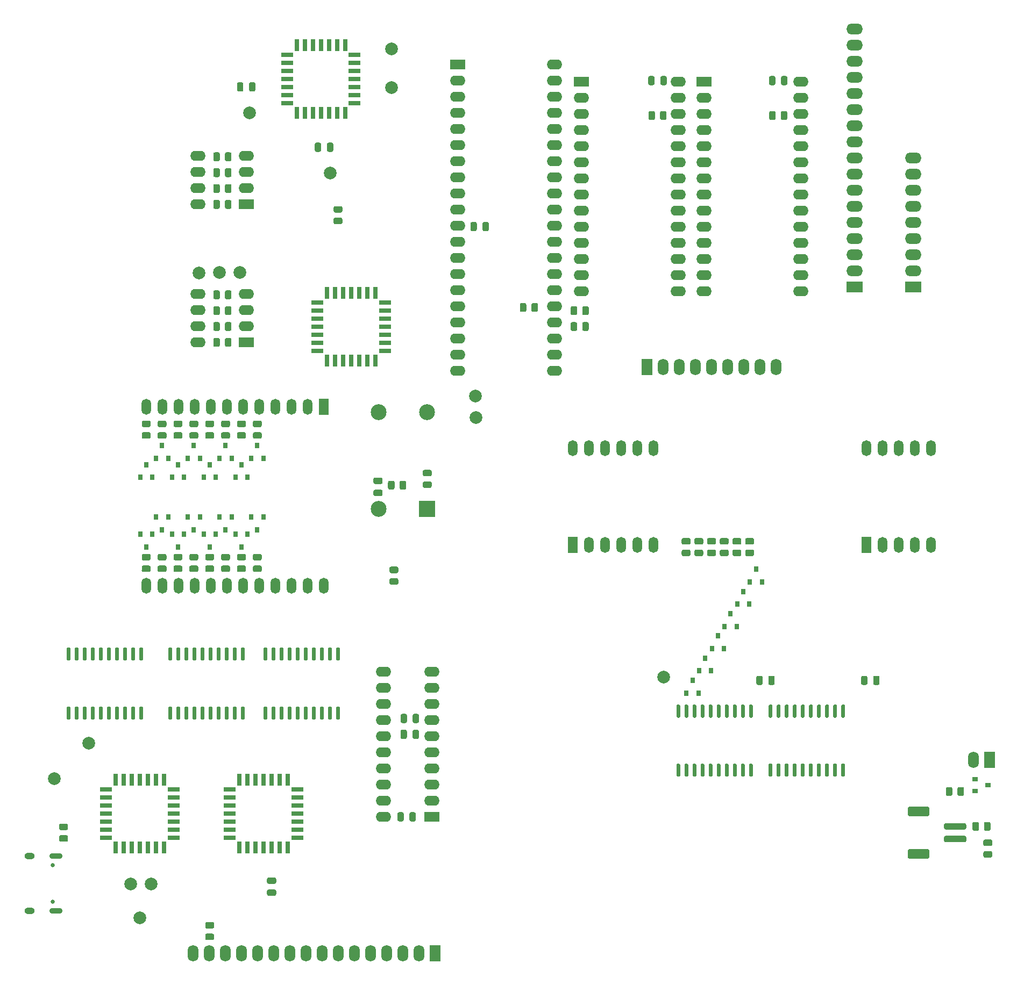
<source format=gbr>
G04 #@! TF.GenerationSoftware,KiCad,Pcbnew,5.1.7-a382d34a8~88~ubuntu20.04.1*
G04 #@! TF.CreationDate,2021-04-25T17:04:25-07:00*
G04 #@! TF.ProjectId,tec-1,7465632d-312e-46b6-9963-61645f706362,Apr2021*
G04 #@! TF.SameCoordinates,Original*
G04 #@! TF.FileFunction,Soldermask,Bot*
G04 #@! TF.FilePolarity,Negative*
%FSLAX46Y46*%
G04 Gerber Fmt 4.6, Leading zero omitted, Abs format (unit mm)*
G04 Created by KiCad (PCBNEW 5.1.7-a382d34a8~88~ubuntu20.04.1) date 2021-04-25 17:04:25*
%MOMM*%
%LPD*%
G01*
G04 APERTURE LIST*
%ADD10O,1.700000X2.600000*%
%ADD11R,1.700000X2.600000*%
%ADD12C,2.500000*%
%ADD13R,2.500000X2.500000*%
%ADD14R,1.925000X0.700000*%
%ADD15R,0.700000X1.925000*%
%ADD16C,2.000000*%
%ADD17O,2.400000X1.600000*%
%ADD18R,2.400000X1.600000*%
%ADD19O,2.600000X1.700000*%
%ADD20R,2.600000X1.700000*%
%ADD21R,0.900000X0.800000*%
%ADD22O,1.500000X2.500000*%
%ADD23R,1.500000X2.500000*%
%ADD24R,0.800000X0.900000*%
%ADD25C,0.650000*%
%ADD26O,2.100000X0.900000*%
%ADD27O,1.600000X1.000000*%
G04 APERTURE END LIST*
D10*
G04 #@! TO.C,J7*
X139160000Y-80625000D03*
X136620000Y-80625000D03*
X134080000Y-80625000D03*
X131540000Y-80625000D03*
X129000000Y-80625000D03*
X126460000Y-80625000D03*
X123920000Y-80625000D03*
X121380000Y-80625000D03*
D11*
X118840000Y-80625000D03*
G04 #@! TD*
D10*
G04 #@! TO.C,J6*
X170260000Y-142500000D03*
D11*
X172800000Y-142500000D03*
G04 #@! TD*
G04 #@! TO.C,C21*
G36*
G01*
X76975000Y-99050000D02*
X76025000Y-99050000D01*
G75*
G02*
X75775000Y-98800000I0J250000D01*
G01*
X75775000Y-98300000D01*
G75*
G02*
X76025000Y-98050000I250000J0D01*
G01*
X76975000Y-98050000D01*
G75*
G02*
X77225000Y-98300000I0J-250000D01*
G01*
X77225000Y-98800000D01*
G75*
G02*
X76975000Y-99050000I-250000J0D01*
G01*
G37*
G36*
G01*
X76975000Y-100950000D02*
X76025000Y-100950000D01*
G75*
G02*
X75775000Y-100700000I0J250000D01*
G01*
X75775000Y-100200000D01*
G75*
G02*
X76025000Y-99950000I250000J0D01*
G01*
X76975000Y-99950000D01*
G75*
G02*
X77225000Y-100200000I0J-250000D01*
G01*
X77225000Y-100700000D01*
G75*
G02*
X76975000Y-100950000I-250000J0D01*
G01*
G37*
G04 #@! TD*
D12*
G04 #@! TO.C,X1*
X84250000Y-87760000D03*
X76630000Y-87760000D03*
X76630000Y-103000000D03*
D13*
X84250000Y-103000000D03*
G04 #@! TD*
D14*
G04 #@! TO.C,U17*
X77572500Y-78060000D03*
X77572500Y-76790000D03*
X77572500Y-75520000D03*
X77572500Y-74250000D03*
X77572500Y-72980000D03*
X77572500Y-71710000D03*
X77572500Y-70440000D03*
D15*
X76060000Y-68927500D03*
X74790000Y-68927500D03*
X73520000Y-68927500D03*
X72250000Y-68927500D03*
X70980000Y-68927500D03*
X69710000Y-68927500D03*
X68440000Y-68927500D03*
D14*
X66927500Y-70440000D03*
X66927500Y-71710000D03*
X66927500Y-72980000D03*
X66927500Y-74250000D03*
X66927500Y-75520000D03*
X66927500Y-76790000D03*
X66927500Y-78060000D03*
D15*
X76060000Y-79572500D03*
X74790000Y-79572500D03*
X73520000Y-79572500D03*
X68440000Y-79572500D03*
X69710000Y-79572500D03*
X70980000Y-79572500D03*
X72250000Y-79572500D03*
G04 #@! TD*
D16*
G04 #@! TO.C,TP31*
X91900000Y-88600000D03*
G04 #@! TD*
G04 #@! TO.C,TP30*
X91800000Y-85200000D03*
G04 #@! TD*
G04 #@! TO.C,TP29*
X48300000Y-65800000D03*
G04 #@! TD*
G04 #@! TO.C,TP28*
X54750000Y-65750000D03*
G04 #@! TD*
G04 #@! TO.C,TP27*
X51500000Y-65750000D03*
G04 #@! TD*
D17*
G04 #@! TO.C,SW24*
X48130000Y-76750000D03*
X55750000Y-69130000D03*
X48130000Y-74210000D03*
X55750000Y-71670000D03*
X48130000Y-71670000D03*
X55750000Y-74210000D03*
X48130000Y-69130000D03*
D18*
X55750000Y-76750000D03*
G04 #@! TD*
G04 #@! TO.C,R47*
G36*
G01*
X51600000Y-76299999D02*
X51600000Y-77200001D01*
G75*
G02*
X51350001Y-77450000I-249999J0D01*
G01*
X50824999Y-77450000D01*
G75*
G02*
X50575000Y-77200001I0J249999D01*
G01*
X50575000Y-76299999D01*
G75*
G02*
X50824999Y-76050000I249999J0D01*
G01*
X51350001Y-76050000D01*
G75*
G02*
X51600000Y-76299999I0J-249999D01*
G01*
G37*
G36*
G01*
X53425000Y-76299999D02*
X53425000Y-77200001D01*
G75*
G02*
X53175001Y-77450000I-249999J0D01*
G01*
X52649999Y-77450000D01*
G75*
G02*
X52400000Y-77200001I0J249999D01*
G01*
X52400000Y-76299999D01*
G75*
G02*
X52649999Y-76050000I249999J0D01*
G01*
X53175001Y-76050000D01*
G75*
G02*
X53425000Y-76299999I0J-249999D01*
G01*
G37*
G04 #@! TD*
G04 #@! TO.C,R46*
G36*
G01*
X51600000Y-73799999D02*
X51600000Y-74700001D01*
G75*
G02*
X51350001Y-74950000I-249999J0D01*
G01*
X50824999Y-74950000D01*
G75*
G02*
X50575000Y-74700001I0J249999D01*
G01*
X50575000Y-73799999D01*
G75*
G02*
X50824999Y-73550000I249999J0D01*
G01*
X51350001Y-73550000D01*
G75*
G02*
X51600000Y-73799999I0J-249999D01*
G01*
G37*
G36*
G01*
X53425000Y-73799999D02*
X53425000Y-74700001D01*
G75*
G02*
X53175001Y-74950000I-249999J0D01*
G01*
X52649999Y-74950000D01*
G75*
G02*
X52400000Y-74700001I0J249999D01*
G01*
X52400000Y-73799999D01*
G75*
G02*
X52649999Y-73550000I249999J0D01*
G01*
X53175001Y-73550000D01*
G75*
G02*
X53425000Y-73799999I0J-249999D01*
G01*
G37*
G04 #@! TD*
G04 #@! TO.C,R45*
G36*
G01*
X51600000Y-71299999D02*
X51600000Y-72200001D01*
G75*
G02*
X51350001Y-72450000I-249999J0D01*
G01*
X50824999Y-72450000D01*
G75*
G02*
X50575000Y-72200001I0J249999D01*
G01*
X50575000Y-71299999D01*
G75*
G02*
X50824999Y-71050000I249999J0D01*
G01*
X51350001Y-71050000D01*
G75*
G02*
X51600000Y-71299999I0J-249999D01*
G01*
G37*
G36*
G01*
X53425000Y-71299999D02*
X53425000Y-72200001D01*
G75*
G02*
X53175001Y-72450000I-249999J0D01*
G01*
X52649999Y-72450000D01*
G75*
G02*
X52400000Y-72200001I0J249999D01*
G01*
X52400000Y-71299999D01*
G75*
G02*
X52649999Y-71050000I249999J0D01*
G01*
X53175001Y-71050000D01*
G75*
G02*
X53425000Y-71299999I0J-249999D01*
G01*
G37*
G04 #@! TD*
G04 #@! TO.C,R44*
G36*
G01*
X51600000Y-68799999D02*
X51600000Y-69700001D01*
G75*
G02*
X51350001Y-69950000I-249999J0D01*
G01*
X50824999Y-69950000D01*
G75*
G02*
X50575000Y-69700001I0J249999D01*
G01*
X50575000Y-68799999D01*
G75*
G02*
X50824999Y-68550000I249999J0D01*
G01*
X51350001Y-68550000D01*
G75*
G02*
X51600000Y-68799999I0J-249999D01*
G01*
G37*
G36*
G01*
X53425000Y-68799999D02*
X53425000Y-69700001D01*
G75*
G02*
X53175001Y-69950000I-249999J0D01*
G01*
X52649999Y-69950000D01*
G75*
G02*
X52400000Y-69700001I0J249999D01*
G01*
X52400000Y-68799999D01*
G75*
G02*
X52649999Y-68550000I249999J0D01*
G01*
X53175001Y-68550000D01*
G75*
G02*
X53425000Y-68799999I0J-249999D01*
G01*
G37*
G04 #@! TD*
G04 #@! TO.C,R43*
G36*
G01*
X83799999Y-98650000D02*
X84700001Y-98650000D01*
G75*
G02*
X84950000Y-98899999I0J-249999D01*
G01*
X84950000Y-99425001D01*
G75*
G02*
X84700001Y-99675000I-249999J0D01*
G01*
X83799999Y-99675000D01*
G75*
G02*
X83550000Y-99425001I0J249999D01*
G01*
X83550000Y-98899999D01*
G75*
G02*
X83799999Y-98650000I249999J0D01*
G01*
G37*
G36*
G01*
X83799999Y-96825000D02*
X84700001Y-96825000D01*
G75*
G02*
X84950000Y-97074999I0J-249999D01*
G01*
X84950000Y-97600001D01*
G75*
G02*
X84700001Y-97850000I-249999J0D01*
G01*
X83799999Y-97850000D01*
G75*
G02*
X83550000Y-97600001I0J249999D01*
G01*
X83550000Y-97074999D01*
G75*
G02*
X83799999Y-96825000I249999J0D01*
G01*
G37*
G04 #@! TD*
G04 #@! TO.C,R42*
G36*
G01*
X79100000Y-98799999D02*
X79100000Y-99700001D01*
G75*
G02*
X78850001Y-99950000I-249999J0D01*
G01*
X78324999Y-99950000D01*
G75*
G02*
X78075000Y-99700001I0J249999D01*
G01*
X78075000Y-98799999D01*
G75*
G02*
X78324999Y-98550000I249999J0D01*
G01*
X78850001Y-98550000D01*
G75*
G02*
X79100000Y-98799999I0J-249999D01*
G01*
G37*
G36*
G01*
X80925000Y-98799999D02*
X80925000Y-99700001D01*
G75*
G02*
X80675001Y-99950000I-249999J0D01*
G01*
X80149999Y-99950000D01*
G75*
G02*
X79900000Y-99700001I0J249999D01*
G01*
X79900000Y-98799999D01*
G75*
G02*
X80149999Y-98550000I249999J0D01*
G01*
X80675001Y-98550000D01*
G75*
G02*
X80925000Y-98799999I0J-249999D01*
G01*
G37*
G04 #@! TD*
D17*
G04 #@! TO.C,U8*
X77380000Y-151500000D03*
X85000000Y-128640000D03*
X77380000Y-148960000D03*
X85000000Y-131180000D03*
X77380000Y-146420000D03*
X85000000Y-133720000D03*
X77380000Y-143880000D03*
X85000000Y-136260000D03*
X77380000Y-141340000D03*
X85000000Y-138800000D03*
X77380000Y-138800000D03*
X85000000Y-141340000D03*
X77380000Y-136260000D03*
X85000000Y-143880000D03*
X77380000Y-133720000D03*
X85000000Y-146420000D03*
X77380000Y-131180000D03*
X85000000Y-148960000D03*
X77380000Y-128640000D03*
D18*
X85000000Y-151500000D03*
G04 #@! TD*
D19*
G04 #@! TO.C,J5*
X160750000Y-47680000D03*
X160750000Y-50220000D03*
X160750000Y-52760000D03*
X160750000Y-55300000D03*
X160750000Y-57840000D03*
X160750000Y-60380000D03*
X160750000Y-62920000D03*
X160750000Y-65460000D03*
D20*
X160750000Y-68000000D03*
G04 #@! TD*
D19*
G04 #@! TO.C,J4*
X151500000Y-27360000D03*
X151500000Y-29900000D03*
X151500000Y-32440000D03*
X151500000Y-34980000D03*
X151500000Y-37520000D03*
X151500000Y-40060000D03*
X151500000Y-42600000D03*
X151500000Y-45140000D03*
X151500000Y-47680000D03*
X151500000Y-50220000D03*
X151500000Y-52760000D03*
X151500000Y-55300000D03*
X151500000Y-57840000D03*
X151500000Y-60380000D03*
X151500000Y-62920000D03*
X151500000Y-65460000D03*
D20*
X151500000Y-68000000D03*
G04 #@! TD*
G04 #@! TO.C,J2*
G36*
G01*
X163050000Y-151400000D02*
X160150000Y-151400000D01*
G75*
G02*
X159900000Y-151150000I0J250000D01*
G01*
X159900000Y-150150000D01*
G75*
G02*
X160150000Y-149900000I250000J0D01*
G01*
X163050000Y-149900000D01*
G75*
G02*
X163300000Y-150150000I0J-250000D01*
G01*
X163300000Y-151150000D01*
G75*
G02*
X163050000Y-151400000I-250000J0D01*
G01*
G37*
G36*
G01*
X163050000Y-158100000D02*
X160150000Y-158100000D01*
G75*
G02*
X159900000Y-157850000I0J250000D01*
G01*
X159900000Y-156850000D01*
G75*
G02*
X160150000Y-156600000I250000J0D01*
G01*
X163050000Y-156600000D01*
G75*
G02*
X163300000Y-156850000I0J-250000D01*
G01*
X163300000Y-157850000D01*
G75*
G02*
X163050000Y-158100000I-250000J0D01*
G01*
G37*
G36*
G01*
X168850000Y-153500000D02*
X165850000Y-153500000D01*
G75*
G02*
X165600000Y-153250000I0J250000D01*
G01*
X165600000Y-152750000D01*
G75*
G02*
X165850000Y-152500000I250000J0D01*
G01*
X168850000Y-152500000D01*
G75*
G02*
X169100000Y-152750000I0J-250000D01*
G01*
X169100000Y-153250000D01*
G75*
G02*
X168850000Y-153500000I-250000J0D01*
G01*
G37*
G36*
G01*
X168850000Y-155500000D02*
X165850000Y-155500000D01*
G75*
G02*
X165600000Y-155250000I0J250000D01*
G01*
X165600000Y-154750000D01*
G75*
G02*
X165850000Y-154500000I250000J0D01*
G01*
X168850000Y-154500000D01*
G75*
G02*
X169100000Y-154750000I0J-250000D01*
G01*
X169100000Y-155250000D01*
G75*
G02*
X168850000Y-155500000I-250000J0D01*
G01*
G37*
G04 #@! TD*
D21*
G04 #@! TO.C,Q1*
X172500000Y-146500000D03*
X170500000Y-145550000D03*
X170500000Y-147450000D03*
G04 #@! TD*
D22*
G04 #@! TO.C,U12*
X161040000Y-93380000D03*
X163580000Y-93380000D03*
X158500000Y-93380000D03*
X155960000Y-93380000D03*
X153420000Y-93380000D03*
X163580000Y-108620000D03*
X161040000Y-108620000D03*
X158500000Y-108620000D03*
X155960000Y-108620000D03*
D23*
X153420000Y-108620000D03*
G04 #@! TD*
G04 #@! TO.C,U16*
G36*
G01*
X39365000Y-126875000D02*
X39065000Y-126875000D01*
G75*
G02*
X38915000Y-126725000I0J150000D01*
G01*
X38915000Y-124975000D01*
G75*
G02*
X39065000Y-124825000I150000J0D01*
G01*
X39365000Y-124825000D01*
G75*
G02*
X39515000Y-124975000I0J-150000D01*
G01*
X39515000Y-126725000D01*
G75*
G02*
X39365000Y-126875000I-150000J0D01*
G01*
G37*
G36*
G01*
X38095000Y-126875000D02*
X37795000Y-126875000D01*
G75*
G02*
X37645000Y-126725000I0J150000D01*
G01*
X37645000Y-124975000D01*
G75*
G02*
X37795000Y-124825000I150000J0D01*
G01*
X38095000Y-124825000D01*
G75*
G02*
X38245000Y-124975000I0J-150000D01*
G01*
X38245000Y-126725000D01*
G75*
G02*
X38095000Y-126875000I-150000J0D01*
G01*
G37*
G36*
G01*
X36825000Y-126875000D02*
X36525000Y-126875000D01*
G75*
G02*
X36375000Y-126725000I0J150000D01*
G01*
X36375000Y-124975000D01*
G75*
G02*
X36525000Y-124825000I150000J0D01*
G01*
X36825000Y-124825000D01*
G75*
G02*
X36975000Y-124975000I0J-150000D01*
G01*
X36975000Y-126725000D01*
G75*
G02*
X36825000Y-126875000I-150000J0D01*
G01*
G37*
G36*
G01*
X35555000Y-126875000D02*
X35255000Y-126875000D01*
G75*
G02*
X35105000Y-126725000I0J150000D01*
G01*
X35105000Y-124975000D01*
G75*
G02*
X35255000Y-124825000I150000J0D01*
G01*
X35555000Y-124825000D01*
G75*
G02*
X35705000Y-124975000I0J-150000D01*
G01*
X35705000Y-126725000D01*
G75*
G02*
X35555000Y-126875000I-150000J0D01*
G01*
G37*
G36*
G01*
X34285000Y-126875000D02*
X33985000Y-126875000D01*
G75*
G02*
X33835000Y-126725000I0J150000D01*
G01*
X33835000Y-124975000D01*
G75*
G02*
X33985000Y-124825000I150000J0D01*
G01*
X34285000Y-124825000D01*
G75*
G02*
X34435000Y-124975000I0J-150000D01*
G01*
X34435000Y-126725000D01*
G75*
G02*
X34285000Y-126875000I-150000J0D01*
G01*
G37*
G36*
G01*
X33015000Y-126875000D02*
X32715000Y-126875000D01*
G75*
G02*
X32565000Y-126725000I0J150000D01*
G01*
X32565000Y-124975000D01*
G75*
G02*
X32715000Y-124825000I150000J0D01*
G01*
X33015000Y-124825000D01*
G75*
G02*
X33165000Y-124975000I0J-150000D01*
G01*
X33165000Y-126725000D01*
G75*
G02*
X33015000Y-126875000I-150000J0D01*
G01*
G37*
G36*
G01*
X31745000Y-126875000D02*
X31445000Y-126875000D01*
G75*
G02*
X31295000Y-126725000I0J150000D01*
G01*
X31295000Y-124975000D01*
G75*
G02*
X31445000Y-124825000I150000J0D01*
G01*
X31745000Y-124825000D01*
G75*
G02*
X31895000Y-124975000I0J-150000D01*
G01*
X31895000Y-126725000D01*
G75*
G02*
X31745000Y-126875000I-150000J0D01*
G01*
G37*
G36*
G01*
X30475000Y-126875000D02*
X30175000Y-126875000D01*
G75*
G02*
X30025000Y-126725000I0J150000D01*
G01*
X30025000Y-124975000D01*
G75*
G02*
X30175000Y-124825000I150000J0D01*
G01*
X30475000Y-124825000D01*
G75*
G02*
X30625000Y-124975000I0J-150000D01*
G01*
X30625000Y-126725000D01*
G75*
G02*
X30475000Y-126875000I-150000J0D01*
G01*
G37*
G36*
G01*
X29205000Y-126875000D02*
X28905000Y-126875000D01*
G75*
G02*
X28755000Y-126725000I0J150000D01*
G01*
X28755000Y-124975000D01*
G75*
G02*
X28905000Y-124825000I150000J0D01*
G01*
X29205000Y-124825000D01*
G75*
G02*
X29355000Y-124975000I0J-150000D01*
G01*
X29355000Y-126725000D01*
G75*
G02*
X29205000Y-126875000I-150000J0D01*
G01*
G37*
G36*
G01*
X27935000Y-126875000D02*
X27635000Y-126875000D01*
G75*
G02*
X27485000Y-126725000I0J150000D01*
G01*
X27485000Y-124975000D01*
G75*
G02*
X27635000Y-124825000I150000J0D01*
G01*
X27935000Y-124825000D01*
G75*
G02*
X28085000Y-124975000I0J-150000D01*
G01*
X28085000Y-126725000D01*
G75*
G02*
X27935000Y-126875000I-150000J0D01*
G01*
G37*
G36*
G01*
X27935000Y-136175000D02*
X27635000Y-136175000D01*
G75*
G02*
X27485000Y-136025000I0J150000D01*
G01*
X27485000Y-134275000D01*
G75*
G02*
X27635000Y-134125000I150000J0D01*
G01*
X27935000Y-134125000D01*
G75*
G02*
X28085000Y-134275000I0J-150000D01*
G01*
X28085000Y-136025000D01*
G75*
G02*
X27935000Y-136175000I-150000J0D01*
G01*
G37*
G36*
G01*
X29205000Y-136175000D02*
X28905000Y-136175000D01*
G75*
G02*
X28755000Y-136025000I0J150000D01*
G01*
X28755000Y-134275000D01*
G75*
G02*
X28905000Y-134125000I150000J0D01*
G01*
X29205000Y-134125000D01*
G75*
G02*
X29355000Y-134275000I0J-150000D01*
G01*
X29355000Y-136025000D01*
G75*
G02*
X29205000Y-136175000I-150000J0D01*
G01*
G37*
G36*
G01*
X30475000Y-136175000D02*
X30175000Y-136175000D01*
G75*
G02*
X30025000Y-136025000I0J150000D01*
G01*
X30025000Y-134275000D01*
G75*
G02*
X30175000Y-134125000I150000J0D01*
G01*
X30475000Y-134125000D01*
G75*
G02*
X30625000Y-134275000I0J-150000D01*
G01*
X30625000Y-136025000D01*
G75*
G02*
X30475000Y-136175000I-150000J0D01*
G01*
G37*
G36*
G01*
X31745000Y-136175000D02*
X31445000Y-136175000D01*
G75*
G02*
X31295000Y-136025000I0J150000D01*
G01*
X31295000Y-134275000D01*
G75*
G02*
X31445000Y-134125000I150000J0D01*
G01*
X31745000Y-134125000D01*
G75*
G02*
X31895000Y-134275000I0J-150000D01*
G01*
X31895000Y-136025000D01*
G75*
G02*
X31745000Y-136175000I-150000J0D01*
G01*
G37*
G36*
G01*
X33015000Y-136175000D02*
X32715000Y-136175000D01*
G75*
G02*
X32565000Y-136025000I0J150000D01*
G01*
X32565000Y-134275000D01*
G75*
G02*
X32715000Y-134125000I150000J0D01*
G01*
X33015000Y-134125000D01*
G75*
G02*
X33165000Y-134275000I0J-150000D01*
G01*
X33165000Y-136025000D01*
G75*
G02*
X33015000Y-136175000I-150000J0D01*
G01*
G37*
G36*
G01*
X34285000Y-136175000D02*
X33985000Y-136175000D01*
G75*
G02*
X33835000Y-136025000I0J150000D01*
G01*
X33835000Y-134275000D01*
G75*
G02*
X33985000Y-134125000I150000J0D01*
G01*
X34285000Y-134125000D01*
G75*
G02*
X34435000Y-134275000I0J-150000D01*
G01*
X34435000Y-136025000D01*
G75*
G02*
X34285000Y-136175000I-150000J0D01*
G01*
G37*
G36*
G01*
X35555000Y-136175000D02*
X35255000Y-136175000D01*
G75*
G02*
X35105000Y-136025000I0J150000D01*
G01*
X35105000Y-134275000D01*
G75*
G02*
X35255000Y-134125000I150000J0D01*
G01*
X35555000Y-134125000D01*
G75*
G02*
X35705000Y-134275000I0J-150000D01*
G01*
X35705000Y-136025000D01*
G75*
G02*
X35555000Y-136175000I-150000J0D01*
G01*
G37*
G36*
G01*
X36825000Y-136175000D02*
X36525000Y-136175000D01*
G75*
G02*
X36375000Y-136025000I0J150000D01*
G01*
X36375000Y-134275000D01*
G75*
G02*
X36525000Y-134125000I150000J0D01*
G01*
X36825000Y-134125000D01*
G75*
G02*
X36975000Y-134275000I0J-150000D01*
G01*
X36975000Y-136025000D01*
G75*
G02*
X36825000Y-136175000I-150000J0D01*
G01*
G37*
G36*
G01*
X38095000Y-136175000D02*
X37795000Y-136175000D01*
G75*
G02*
X37645000Y-136025000I0J150000D01*
G01*
X37645000Y-134275000D01*
G75*
G02*
X37795000Y-134125000I150000J0D01*
G01*
X38095000Y-134125000D01*
G75*
G02*
X38245000Y-134275000I0J-150000D01*
G01*
X38245000Y-136025000D01*
G75*
G02*
X38095000Y-136175000I-150000J0D01*
G01*
G37*
G36*
G01*
X39365000Y-136175000D02*
X39065000Y-136175000D01*
G75*
G02*
X38915000Y-136025000I0J150000D01*
G01*
X38915000Y-134275000D01*
G75*
G02*
X39065000Y-134125000I150000J0D01*
G01*
X39365000Y-134125000D01*
G75*
G02*
X39515000Y-134275000I0J-150000D01*
G01*
X39515000Y-136025000D01*
G75*
G02*
X39365000Y-136175000I-150000J0D01*
G01*
G37*
G04 #@! TD*
G04 #@! TO.C,U15*
G36*
G01*
X70365000Y-126875000D02*
X70065000Y-126875000D01*
G75*
G02*
X69915000Y-126725000I0J150000D01*
G01*
X69915000Y-124975000D01*
G75*
G02*
X70065000Y-124825000I150000J0D01*
G01*
X70365000Y-124825000D01*
G75*
G02*
X70515000Y-124975000I0J-150000D01*
G01*
X70515000Y-126725000D01*
G75*
G02*
X70365000Y-126875000I-150000J0D01*
G01*
G37*
G36*
G01*
X69095000Y-126875000D02*
X68795000Y-126875000D01*
G75*
G02*
X68645000Y-126725000I0J150000D01*
G01*
X68645000Y-124975000D01*
G75*
G02*
X68795000Y-124825000I150000J0D01*
G01*
X69095000Y-124825000D01*
G75*
G02*
X69245000Y-124975000I0J-150000D01*
G01*
X69245000Y-126725000D01*
G75*
G02*
X69095000Y-126875000I-150000J0D01*
G01*
G37*
G36*
G01*
X67825000Y-126875000D02*
X67525000Y-126875000D01*
G75*
G02*
X67375000Y-126725000I0J150000D01*
G01*
X67375000Y-124975000D01*
G75*
G02*
X67525000Y-124825000I150000J0D01*
G01*
X67825000Y-124825000D01*
G75*
G02*
X67975000Y-124975000I0J-150000D01*
G01*
X67975000Y-126725000D01*
G75*
G02*
X67825000Y-126875000I-150000J0D01*
G01*
G37*
G36*
G01*
X66555000Y-126875000D02*
X66255000Y-126875000D01*
G75*
G02*
X66105000Y-126725000I0J150000D01*
G01*
X66105000Y-124975000D01*
G75*
G02*
X66255000Y-124825000I150000J0D01*
G01*
X66555000Y-124825000D01*
G75*
G02*
X66705000Y-124975000I0J-150000D01*
G01*
X66705000Y-126725000D01*
G75*
G02*
X66555000Y-126875000I-150000J0D01*
G01*
G37*
G36*
G01*
X65285000Y-126875000D02*
X64985000Y-126875000D01*
G75*
G02*
X64835000Y-126725000I0J150000D01*
G01*
X64835000Y-124975000D01*
G75*
G02*
X64985000Y-124825000I150000J0D01*
G01*
X65285000Y-124825000D01*
G75*
G02*
X65435000Y-124975000I0J-150000D01*
G01*
X65435000Y-126725000D01*
G75*
G02*
X65285000Y-126875000I-150000J0D01*
G01*
G37*
G36*
G01*
X64015000Y-126875000D02*
X63715000Y-126875000D01*
G75*
G02*
X63565000Y-126725000I0J150000D01*
G01*
X63565000Y-124975000D01*
G75*
G02*
X63715000Y-124825000I150000J0D01*
G01*
X64015000Y-124825000D01*
G75*
G02*
X64165000Y-124975000I0J-150000D01*
G01*
X64165000Y-126725000D01*
G75*
G02*
X64015000Y-126875000I-150000J0D01*
G01*
G37*
G36*
G01*
X62745000Y-126875000D02*
X62445000Y-126875000D01*
G75*
G02*
X62295000Y-126725000I0J150000D01*
G01*
X62295000Y-124975000D01*
G75*
G02*
X62445000Y-124825000I150000J0D01*
G01*
X62745000Y-124825000D01*
G75*
G02*
X62895000Y-124975000I0J-150000D01*
G01*
X62895000Y-126725000D01*
G75*
G02*
X62745000Y-126875000I-150000J0D01*
G01*
G37*
G36*
G01*
X61475000Y-126875000D02*
X61175000Y-126875000D01*
G75*
G02*
X61025000Y-126725000I0J150000D01*
G01*
X61025000Y-124975000D01*
G75*
G02*
X61175000Y-124825000I150000J0D01*
G01*
X61475000Y-124825000D01*
G75*
G02*
X61625000Y-124975000I0J-150000D01*
G01*
X61625000Y-126725000D01*
G75*
G02*
X61475000Y-126875000I-150000J0D01*
G01*
G37*
G36*
G01*
X60205000Y-126875000D02*
X59905000Y-126875000D01*
G75*
G02*
X59755000Y-126725000I0J150000D01*
G01*
X59755000Y-124975000D01*
G75*
G02*
X59905000Y-124825000I150000J0D01*
G01*
X60205000Y-124825000D01*
G75*
G02*
X60355000Y-124975000I0J-150000D01*
G01*
X60355000Y-126725000D01*
G75*
G02*
X60205000Y-126875000I-150000J0D01*
G01*
G37*
G36*
G01*
X58935000Y-126875000D02*
X58635000Y-126875000D01*
G75*
G02*
X58485000Y-126725000I0J150000D01*
G01*
X58485000Y-124975000D01*
G75*
G02*
X58635000Y-124825000I150000J0D01*
G01*
X58935000Y-124825000D01*
G75*
G02*
X59085000Y-124975000I0J-150000D01*
G01*
X59085000Y-126725000D01*
G75*
G02*
X58935000Y-126875000I-150000J0D01*
G01*
G37*
G36*
G01*
X58935000Y-136175000D02*
X58635000Y-136175000D01*
G75*
G02*
X58485000Y-136025000I0J150000D01*
G01*
X58485000Y-134275000D01*
G75*
G02*
X58635000Y-134125000I150000J0D01*
G01*
X58935000Y-134125000D01*
G75*
G02*
X59085000Y-134275000I0J-150000D01*
G01*
X59085000Y-136025000D01*
G75*
G02*
X58935000Y-136175000I-150000J0D01*
G01*
G37*
G36*
G01*
X60205000Y-136175000D02*
X59905000Y-136175000D01*
G75*
G02*
X59755000Y-136025000I0J150000D01*
G01*
X59755000Y-134275000D01*
G75*
G02*
X59905000Y-134125000I150000J0D01*
G01*
X60205000Y-134125000D01*
G75*
G02*
X60355000Y-134275000I0J-150000D01*
G01*
X60355000Y-136025000D01*
G75*
G02*
X60205000Y-136175000I-150000J0D01*
G01*
G37*
G36*
G01*
X61475000Y-136175000D02*
X61175000Y-136175000D01*
G75*
G02*
X61025000Y-136025000I0J150000D01*
G01*
X61025000Y-134275000D01*
G75*
G02*
X61175000Y-134125000I150000J0D01*
G01*
X61475000Y-134125000D01*
G75*
G02*
X61625000Y-134275000I0J-150000D01*
G01*
X61625000Y-136025000D01*
G75*
G02*
X61475000Y-136175000I-150000J0D01*
G01*
G37*
G36*
G01*
X62745000Y-136175000D02*
X62445000Y-136175000D01*
G75*
G02*
X62295000Y-136025000I0J150000D01*
G01*
X62295000Y-134275000D01*
G75*
G02*
X62445000Y-134125000I150000J0D01*
G01*
X62745000Y-134125000D01*
G75*
G02*
X62895000Y-134275000I0J-150000D01*
G01*
X62895000Y-136025000D01*
G75*
G02*
X62745000Y-136175000I-150000J0D01*
G01*
G37*
G36*
G01*
X64015000Y-136175000D02*
X63715000Y-136175000D01*
G75*
G02*
X63565000Y-136025000I0J150000D01*
G01*
X63565000Y-134275000D01*
G75*
G02*
X63715000Y-134125000I150000J0D01*
G01*
X64015000Y-134125000D01*
G75*
G02*
X64165000Y-134275000I0J-150000D01*
G01*
X64165000Y-136025000D01*
G75*
G02*
X64015000Y-136175000I-150000J0D01*
G01*
G37*
G36*
G01*
X65285000Y-136175000D02*
X64985000Y-136175000D01*
G75*
G02*
X64835000Y-136025000I0J150000D01*
G01*
X64835000Y-134275000D01*
G75*
G02*
X64985000Y-134125000I150000J0D01*
G01*
X65285000Y-134125000D01*
G75*
G02*
X65435000Y-134275000I0J-150000D01*
G01*
X65435000Y-136025000D01*
G75*
G02*
X65285000Y-136175000I-150000J0D01*
G01*
G37*
G36*
G01*
X66555000Y-136175000D02*
X66255000Y-136175000D01*
G75*
G02*
X66105000Y-136025000I0J150000D01*
G01*
X66105000Y-134275000D01*
G75*
G02*
X66255000Y-134125000I150000J0D01*
G01*
X66555000Y-134125000D01*
G75*
G02*
X66705000Y-134275000I0J-150000D01*
G01*
X66705000Y-136025000D01*
G75*
G02*
X66555000Y-136175000I-150000J0D01*
G01*
G37*
G36*
G01*
X67825000Y-136175000D02*
X67525000Y-136175000D01*
G75*
G02*
X67375000Y-136025000I0J150000D01*
G01*
X67375000Y-134275000D01*
G75*
G02*
X67525000Y-134125000I150000J0D01*
G01*
X67825000Y-134125000D01*
G75*
G02*
X67975000Y-134275000I0J-150000D01*
G01*
X67975000Y-136025000D01*
G75*
G02*
X67825000Y-136175000I-150000J0D01*
G01*
G37*
G36*
G01*
X69095000Y-136175000D02*
X68795000Y-136175000D01*
G75*
G02*
X68645000Y-136025000I0J150000D01*
G01*
X68645000Y-134275000D01*
G75*
G02*
X68795000Y-134125000I150000J0D01*
G01*
X69095000Y-134125000D01*
G75*
G02*
X69245000Y-134275000I0J-150000D01*
G01*
X69245000Y-136025000D01*
G75*
G02*
X69095000Y-136175000I-150000J0D01*
G01*
G37*
G36*
G01*
X70365000Y-136175000D02*
X70065000Y-136175000D01*
G75*
G02*
X69915000Y-136025000I0J150000D01*
G01*
X69915000Y-134275000D01*
G75*
G02*
X70065000Y-134125000I150000J0D01*
G01*
X70365000Y-134125000D01*
G75*
G02*
X70515000Y-134275000I0J-150000D01*
G01*
X70515000Y-136025000D01*
G75*
G02*
X70365000Y-136175000I-150000J0D01*
G01*
G37*
G04 #@! TD*
G04 #@! TO.C,U14*
G36*
G01*
X55365000Y-126875000D02*
X55065000Y-126875000D01*
G75*
G02*
X54915000Y-126725000I0J150000D01*
G01*
X54915000Y-124975000D01*
G75*
G02*
X55065000Y-124825000I150000J0D01*
G01*
X55365000Y-124825000D01*
G75*
G02*
X55515000Y-124975000I0J-150000D01*
G01*
X55515000Y-126725000D01*
G75*
G02*
X55365000Y-126875000I-150000J0D01*
G01*
G37*
G36*
G01*
X54095000Y-126875000D02*
X53795000Y-126875000D01*
G75*
G02*
X53645000Y-126725000I0J150000D01*
G01*
X53645000Y-124975000D01*
G75*
G02*
X53795000Y-124825000I150000J0D01*
G01*
X54095000Y-124825000D01*
G75*
G02*
X54245000Y-124975000I0J-150000D01*
G01*
X54245000Y-126725000D01*
G75*
G02*
X54095000Y-126875000I-150000J0D01*
G01*
G37*
G36*
G01*
X52825000Y-126875000D02*
X52525000Y-126875000D01*
G75*
G02*
X52375000Y-126725000I0J150000D01*
G01*
X52375000Y-124975000D01*
G75*
G02*
X52525000Y-124825000I150000J0D01*
G01*
X52825000Y-124825000D01*
G75*
G02*
X52975000Y-124975000I0J-150000D01*
G01*
X52975000Y-126725000D01*
G75*
G02*
X52825000Y-126875000I-150000J0D01*
G01*
G37*
G36*
G01*
X51555000Y-126875000D02*
X51255000Y-126875000D01*
G75*
G02*
X51105000Y-126725000I0J150000D01*
G01*
X51105000Y-124975000D01*
G75*
G02*
X51255000Y-124825000I150000J0D01*
G01*
X51555000Y-124825000D01*
G75*
G02*
X51705000Y-124975000I0J-150000D01*
G01*
X51705000Y-126725000D01*
G75*
G02*
X51555000Y-126875000I-150000J0D01*
G01*
G37*
G36*
G01*
X50285000Y-126875000D02*
X49985000Y-126875000D01*
G75*
G02*
X49835000Y-126725000I0J150000D01*
G01*
X49835000Y-124975000D01*
G75*
G02*
X49985000Y-124825000I150000J0D01*
G01*
X50285000Y-124825000D01*
G75*
G02*
X50435000Y-124975000I0J-150000D01*
G01*
X50435000Y-126725000D01*
G75*
G02*
X50285000Y-126875000I-150000J0D01*
G01*
G37*
G36*
G01*
X49015000Y-126875000D02*
X48715000Y-126875000D01*
G75*
G02*
X48565000Y-126725000I0J150000D01*
G01*
X48565000Y-124975000D01*
G75*
G02*
X48715000Y-124825000I150000J0D01*
G01*
X49015000Y-124825000D01*
G75*
G02*
X49165000Y-124975000I0J-150000D01*
G01*
X49165000Y-126725000D01*
G75*
G02*
X49015000Y-126875000I-150000J0D01*
G01*
G37*
G36*
G01*
X47745000Y-126875000D02*
X47445000Y-126875000D01*
G75*
G02*
X47295000Y-126725000I0J150000D01*
G01*
X47295000Y-124975000D01*
G75*
G02*
X47445000Y-124825000I150000J0D01*
G01*
X47745000Y-124825000D01*
G75*
G02*
X47895000Y-124975000I0J-150000D01*
G01*
X47895000Y-126725000D01*
G75*
G02*
X47745000Y-126875000I-150000J0D01*
G01*
G37*
G36*
G01*
X46475000Y-126875000D02*
X46175000Y-126875000D01*
G75*
G02*
X46025000Y-126725000I0J150000D01*
G01*
X46025000Y-124975000D01*
G75*
G02*
X46175000Y-124825000I150000J0D01*
G01*
X46475000Y-124825000D01*
G75*
G02*
X46625000Y-124975000I0J-150000D01*
G01*
X46625000Y-126725000D01*
G75*
G02*
X46475000Y-126875000I-150000J0D01*
G01*
G37*
G36*
G01*
X45205000Y-126875000D02*
X44905000Y-126875000D01*
G75*
G02*
X44755000Y-126725000I0J150000D01*
G01*
X44755000Y-124975000D01*
G75*
G02*
X44905000Y-124825000I150000J0D01*
G01*
X45205000Y-124825000D01*
G75*
G02*
X45355000Y-124975000I0J-150000D01*
G01*
X45355000Y-126725000D01*
G75*
G02*
X45205000Y-126875000I-150000J0D01*
G01*
G37*
G36*
G01*
X43935000Y-126875000D02*
X43635000Y-126875000D01*
G75*
G02*
X43485000Y-126725000I0J150000D01*
G01*
X43485000Y-124975000D01*
G75*
G02*
X43635000Y-124825000I150000J0D01*
G01*
X43935000Y-124825000D01*
G75*
G02*
X44085000Y-124975000I0J-150000D01*
G01*
X44085000Y-126725000D01*
G75*
G02*
X43935000Y-126875000I-150000J0D01*
G01*
G37*
G36*
G01*
X43935000Y-136175000D02*
X43635000Y-136175000D01*
G75*
G02*
X43485000Y-136025000I0J150000D01*
G01*
X43485000Y-134275000D01*
G75*
G02*
X43635000Y-134125000I150000J0D01*
G01*
X43935000Y-134125000D01*
G75*
G02*
X44085000Y-134275000I0J-150000D01*
G01*
X44085000Y-136025000D01*
G75*
G02*
X43935000Y-136175000I-150000J0D01*
G01*
G37*
G36*
G01*
X45205000Y-136175000D02*
X44905000Y-136175000D01*
G75*
G02*
X44755000Y-136025000I0J150000D01*
G01*
X44755000Y-134275000D01*
G75*
G02*
X44905000Y-134125000I150000J0D01*
G01*
X45205000Y-134125000D01*
G75*
G02*
X45355000Y-134275000I0J-150000D01*
G01*
X45355000Y-136025000D01*
G75*
G02*
X45205000Y-136175000I-150000J0D01*
G01*
G37*
G36*
G01*
X46475000Y-136175000D02*
X46175000Y-136175000D01*
G75*
G02*
X46025000Y-136025000I0J150000D01*
G01*
X46025000Y-134275000D01*
G75*
G02*
X46175000Y-134125000I150000J0D01*
G01*
X46475000Y-134125000D01*
G75*
G02*
X46625000Y-134275000I0J-150000D01*
G01*
X46625000Y-136025000D01*
G75*
G02*
X46475000Y-136175000I-150000J0D01*
G01*
G37*
G36*
G01*
X47745000Y-136175000D02*
X47445000Y-136175000D01*
G75*
G02*
X47295000Y-136025000I0J150000D01*
G01*
X47295000Y-134275000D01*
G75*
G02*
X47445000Y-134125000I150000J0D01*
G01*
X47745000Y-134125000D01*
G75*
G02*
X47895000Y-134275000I0J-150000D01*
G01*
X47895000Y-136025000D01*
G75*
G02*
X47745000Y-136175000I-150000J0D01*
G01*
G37*
G36*
G01*
X49015000Y-136175000D02*
X48715000Y-136175000D01*
G75*
G02*
X48565000Y-136025000I0J150000D01*
G01*
X48565000Y-134275000D01*
G75*
G02*
X48715000Y-134125000I150000J0D01*
G01*
X49015000Y-134125000D01*
G75*
G02*
X49165000Y-134275000I0J-150000D01*
G01*
X49165000Y-136025000D01*
G75*
G02*
X49015000Y-136175000I-150000J0D01*
G01*
G37*
G36*
G01*
X50285000Y-136175000D02*
X49985000Y-136175000D01*
G75*
G02*
X49835000Y-136025000I0J150000D01*
G01*
X49835000Y-134275000D01*
G75*
G02*
X49985000Y-134125000I150000J0D01*
G01*
X50285000Y-134125000D01*
G75*
G02*
X50435000Y-134275000I0J-150000D01*
G01*
X50435000Y-136025000D01*
G75*
G02*
X50285000Y-136175000I-150000J0D01*
G01*
G37*
G36*
G01*
X51555000Y-136175000D02*
X51255000Y-136175000D01*
G75*
G02*
X51105000Y-136025000I0J150000D01*
G01*
X51105000Y-134275000D01*
G75*
G02*
X51255000Y-134125000I150000J0D01*
G01*
X51555000Y-134125000D01*
G75*
G02*
X51705000Y-134275000I0J-150000D01*
G01*
X51705000Y-136025000D01*
G75*
G02*
X51555000Y-136175000I-150000J0D01*
G01*
G37*
G36*
G01*
X52825000Y-136175000D02*
X52525000Y-136175000D01*
G75*
G02*
X52375000Y-136025000I0J150000D01*
G01*
X52375000Y-134275000D01*
G75*
G02*
X52525000Y-134125000I150000J0D01*
G01*
X52825000Y-134125000D01*
G75*
G02*
X52975000Y-134275000I0J-150000D01*
G01*
X52975000Y-136025000D01*
G75*
G02*
X52825000Y-136175000I-150000J0D01*
G01*
G37*
G36*
G01*
X54095000Y-136175000D02*
X53795000Y-136175000D01*
G75*
G02*
X53645000Y-136025000I0J150000D01*
G01*
X53645000Y-134275000D01*
G75*
G02*
X53795000Y-134125000I150000J0D01*
G01*
X54095000Y-134125000D01*
G75*
G02*
X54245000Y-134275000I0J-150000D01*
G01*
X54245000Y-136025000D01*
G75*
G02*
X54095000Y-136175000I-150000J0D01*
G01*
G37*
G36*
G01*
X55365000Y-136175000D02*
X55065000Y-136175000D01*
G75*
G02*
X54915000Y-136025000I0J150000D01*
G01*
X54915000Y-134275000D01*
G75*
G02*
X55065000Y-134125000I150000J0D01*
G01*
X55365000Y-134125000D01*
G75*
G02*
X55515000Y-134275000I0J-150000D01*
G01*
X55515000Y-136025000D01*
G75*
G02*
X55365000Y-136175000I-150000J0D01*
G01*
G37*
G04 #@! TD*
D22*
G04 #@! TO.C,U13*
X119850000Y-108620000D03*
X119850000Y-93380000D03*
X114770000Y-93380000D03*
X117310000Y-93380000D03*
X112230000Y-93380000D03*
X109690000Y-93380000D03*
X107150000Y-93380000D03*
X117310000Y-108620000D03*
X114770000Y-108620000D03*
X112230000Y-108620000D03*
X109690000Y-108620000D03*
D23*
X107150000Y-108620000D03*
G04 #@! TD*
G04 #@! TO.C,U11*
G36*
G01*
X135365000Y-135875000D02*
X135065000Y-135875000D01*
G75*
G02*
X134915000Y-135725000I0J150000D01*
G01*
X134915000Y-133975000D01*
G75*
G02*
X135065000Y-133825000I150000J0D01*
G01*
X135365000Y-133825000D01*
G75*
G02*
X135515000Y-133975000I0J-150000D01*
G01*
X135515000Y-135725000D01*
G75*
G02*
X135365000Y-135875000I-150000J0D01*
G01*
G37*
G36*
G01*
X134095000Y-135875000D02*
X133795000Y-135875000D01*
G75*
G02*
X133645000Y-135725000I0J150000D01*
G01*
X133645000Y-133975000D01*
G75*
G02*
X133795000Y-133825000I150000J0D01*
G01*
X134095000Y-133825000D01*
G75*
G02*
X134245000Y-133975000I0J-150000D01*
G01*
X134245000Y-135725000D01*
G75*
G02*
X134095000Y-135875000I-150000J0D01*
G01*
G37*
G36*
G01*
X132825000Y-135875000D02*
X132525000Y-135875000D01*
G75*
G02*
X132375000Y-135725000I0J150000D01*
G01*
X132375000Y-133975000D01*
G75*
G02*
X132525000Y-133825000I150000J0D01*
G01*
X132825000Y-133825000D01*
G75*
G02*
X132975000Y-133975000I0J-150000D01*
G01*
X132975000Y-135725000D01*
G75*
G02*
X132825000Y-135875000I-150000J0D01*
G01*
G37*
G36*
G01*
X131555000Y-135875000D02*
X131255000Y-135875000D01*
G75*
G02*
X131105000Y-135725000I0J150000D01*
G01*
X131105000Y-133975000D01*
G75*
G02*
X131255000Y-133825000I150000J0D01*
G01*
X131555000Y-133825000D01*
G75*
G02*
X131705000Y-133975000I0J-150000D01*
G01*
X131705000Y-135725000D01*
G75*
G02*
X131555000Y-135875000I-150000J0D01*
G01*
G37*
G36*
G01*
X130285000Y-135875000D02*
X129985000Y-135875000D01*
G75*
G02*
X129835000Y-135725000I0J150000D01*
G01*
X129835000Y-133975000D01*
G75*
G02*
X129985000Y-133825000I150000J0D01*
G01*
X130285000Y-133825000D01*
G75*
G02*
X130435000Y-133975000I0J-150000D01*
G01*
X130435000Y-135725000D01*
G75*
G02*
X130285000Y-135875000I-150000J0D01*
G01*
G37*
G36*
G01*
X129015000Y-135875000D02*
X128715000Y-135875000D01*
G75*
G02*
X128565000Y-135725000I0J150000D01*
G01*
X128565000Y-133975000D01*
G75*
G02*
X128715000Y-133825000I150000J0D01*
G01*
X129015000Y-133825000D01*
G75*
G02*
X129165000Y-133975000I0J-150000D01*
G01*
X129165000Y-135725000D01*
G75*
G02*
X129015000Y-135875000I-150000J0D01*
G01*
G37*
G36*
G01*
X127745000Y-135875000D02*
X127445000Y-135875000D01*
G75*
G02*
X127295000Y-135725000I0J150000D01*
G01*
X127295000Y-133975000D01*
G75*
G02*
X127445000Y-133825000I150000J0D01*
G01*
X127745000Y-133825000D01*
G75*
G02*
X127895000Y-133975000I0J-150000D01*
G01*
X127895000Y-135725000D01*
G75*
G02*
X127745000Y-135875000I-150000J0D01*
G01*
G37*
G36*
G01*
X126475000Y-135875000D02*
X126175000Y-135875000D01*
G75*
G02*
X126025000Y-135725000I0J150000D01*
G01*
X126025000Y-133975000D01*
G75*
G02*
X126175000Y-133825000I150000J0D01*
G01*
X126475000Y-133825000D01*
G75*
G02*
X126625000Y-133975000I0J-150000D01*
G01*
X126625000Y-135725000D01*
G75*
G02*
X126475000Y-135875000I-150000J0D01*
G01*
G37*
G36*
G01*
X125205000Y-135875000D02*
X124905000Y-135875000D01*
G75*
G02*
X124755000Y-135725000I0J150000D01*
G01*
X124755000Y-133975000D01*
G75*
G02*
X124905000Y-133825000I150000J0D01*
G01*
X125205000Y-133825000D01*
G75*
G02*
X125355000Y-133975000I0J-150000D01*
G01*
X125355000Y-135725000D01*
G75*
G02*
X125205000Y-135875000I-150000J0D01*
G01*
G37*
G36*
G01*
X123935000Y-135875000D02*
X123635000Y-135875000D01*
G75*
G02*
X123485000Y-135725000I0J150000D01*
G01*
X123485000Y-133975000D01*
G75*
G02*
X123635000Y-133825000I150000J0D01*
G01*
X123935000Y-133825000D01*
G75*
G02*
X124085000Y-133975000I0J-150000D01*
G01*
X124085000Y-135725000D01*
G75*
G02*
X123935000Y-135875000I-150000J0D01*
G01*
G37*
G36*
G01*
X123935000Y-145175000D02*
X123635000Y-145175000D01*
G75*
G02*
X123485000Y-145025000I0J150000D01*
G01*
X123485000Y-143275000D01*
G75*
G02*
X123635000Y-143125000I150000J0D01*
G01*
X123935000Y-143125000D01*
G75*
G02*
X124085000Y-143275000I0J-150000D01*
G01*
X124085000Y-145025000D01*
G75*
G02*
X123935000Y-145175000I-150000J0D01*
G01*
G37*
G36*
G01*
X125205000Y-145175000D02*
X124905000Y-145175000D01*
G75*
G02*
X124755000Y-145025000I0J150000D01*
G01*
X124755000Y-143275000D01*
G75*
G02*
X124905000Y-143125000I150000J0D01*
G01*
X125205000Y-143125000D01*
G75*
G02*
X125355000Y-143275000I0J-150000D01*
G01*
X125355000Y-145025000D01*
G75*
G02*
X125205000Y-145175000I-150000J0D01*
G01*
G37*
G36*
G01*
X126475000Y-145175000D02*
X126175000Y-145175000D01*
G75*
G02*
X126025000Y-145025000I0J150000D01*
G01*
X126025000Y-143275000D01*
G75*
G02*
X126175000Y-143125000I150000J0D01*
G01*
X126475000Y-143125000D01*
G75*
G02*
X126625000Y-143275000I0J-150000D01*
G01*
X126625000Y-145025000D01*
G75*
G02*
X126475000Y-145175000I-150000J0D01*
G01*
G37*
G36*
G01*
X127745000Y-145175000D02*
X127445000Y-145175000D01*
G75*
G02*
X127295000Y-145025000I0J150000D01*
G01*
X127295000Y-143275000D01*
G75*
G02*
X127445000Y-143125000I150000J0D01*
G01*
X127745000Y-143125000D01*
G75*
G02*
X127895000Y-143275000I0J-150000D01*
G01*
X127895000Y-145025000D01*
G75*
G02*
X127745000Y-145175000I-150000J0D01*
G01*
G37*
G36*
G01*
X129015000Y-145175000D02*
X128715000Y-145175000D01*
G75*
G02*
X128565000Y-145025000I0J150000D01*
G01*
X128565000Y-143275000D01*
G75*
G02*
X128715000Y-143125000I150000J0D01*
G01*
X129015000Y-143125000D01*
G75*
G02*
X129165000Y-143275000I0J-150000D01*
G01*
X129165000Y-145025000D01*
G75*
G02*
X129015000Y-145175000I-150000J0D01*
G01*
G37*
G36*
G01*
X130285000Y-145175000D02*
X129985000Y-145175000D01*
G75*
G02*
X129835000Y-145025000I0J150000D01*
G01*
X129835000Y-143275000D01*
G75*
G02*
X129985000Y-143125000I150000J0D01*
G01*
X130285000Y-143125000D01*
G75*
G02*
X130435000Y-143275000I0J-150000D01*
G01*
X130435000Y-145025000D01*
G75*
G02*
X130285000Y-145175000I-150000J0D01*
G01*
G37*
G36*
G01*
X131555000Y-145175000D02*
X131255000Y-145175000D01*
G75*
G02*
X131105000Y-145025000I0J150000D01*
G01*
X131105000Y-143275000D01*
G75*
G02*
X131255000Y-143125000I150000J0D01*
G01*
X131555000Y-143125000D01*
G75*
G02*
X131705000Y-143275000I0J-150000D01*
G01*
X131705000Y-145025000D01*
G75*
G02*
X131555000Y-145175000I-150000J0D01*
G01*
G37*
G36*
G01*
X132825000Y-145175000D02*
X132525000Y-145175000D01*
G75*
G02*
X132375000Y-145025000I0J150000D01*
G01*
X132375000Y-143275000D01*
G75*
G02*
X132525000Y-143125000I150000J0D01*
G01*
X132825000Y-143125000D01*
G75*
G02*
X132975000Y-143275000I0J-150000D01*
G01*
X132975000Y-145025000D01*
G75*
G02*
X132825000Y-145175000I-150000J0D01*
G01*
G37*
G36*
G01*
X134095000Y-145175000D02*
X133795000Y-145175000D01*
G75*
G02*
X133645000Y-145025000I0J150000D01*
G01*
X133645000Y-143275000D01*
G75*
G02*
X133795000Y-143125000I150000J0D01*
G01*
X134095000Y-143125000D01*
G75*
G02*
X134245000Y-143275000I0J-150000D01*
G01*
X134245000Y-145025000D01*
G75*
G02*
X134095000Y-145175000I-150000J0D01*
G01*
G37*
G36*
G01*
X135365000Y-145175000D02*
X135065000Y-145175000D01*
G75*
G02*
X134915000Y-145025000I0J150000D01*
G01*
X134915000Y-143275000D01*
G75*
G02*
X135065000Y-143125000I150000J0D01*
G01*
X135365000Y-143125000D01*
G75*
G02*
X135515000Y-143275000I0J-150000D01*
G01*
X135515000Y-145025000D01*
G75*
G02*
X135365000Y-145175000I-150000J0D01*
G01*
G37*
G04 #@! TD*
G04 #@! TO.C,U10*
G36*
G01*
X149865000Y-135875000D02*
X149565000Y-135875000D01*
G75*
G02*
X149415000Y-135725000I0J150000D01*
G01*
X149415000Y-133975000D01*
G75*
G02*
X149565000Y-133825000I150000J0D01*
G01*
X149865000Y-133825000D01*
G75*
G02*
X150015000Y-133975000I0J-150000D01*
G01*
X150015000Y-135725000D01*
G75*
G02*
X149865000Y-135875000I-150000J0D01*
G01*
G37*
G36*
G01*
X148595000Y-135875000D02*
X148295000Y-135875000D01*
G75*
G02*
X148145000Y-135725000I0J150000D01*
G01*
X148145000Y-133975000D01*
G75*
G02*
X148295000Y-133825000I150000J0D01*
G01*
X148595000Y-133825000D01*
G75*
G02*
X148745000Y-133975000I0J-150000D01*
G01*
X148745000Y-135725000D01*
G75*
G02*
X148595000Y-135875000I-150000J0D01*
G01*
G37*
G36*
G01*
X147325000Y-135875000D02*
X147025000Y-135875000D01*
G75*
G02*
X146875000Y-135725000I0J150000D01*
G01*
X146875000Y-133975000D01*
G75*
G02*
X147025000Y-133825000I150000J0D01*
G01*
X147325000Y-133825000D01*
G75*
G02*
X147475000Y-133975000I0J-150000D01*
G01*
X147475000Y-135725000D01*
G75*
G02*
X147325000Y-135875000I-150000J0D01*
G01*
G37*
G36*
G01*
X146055000Y-135875000D02*
X145755000Y-135875000D01*
G75*
G02*
X145605000Y-135725000I0J150000D01*
G01*
X145605000Y-133975000D01*
G75*
G02*
X145755000Y-133825000I150000J0D01*
G01*
X146055000Y-133825000D01*
G75*
G02*
X146205000Y-133975000I0J-150000D01*
G01*
X146205000Y-135725000D01*
G75*
G02*
X146055000Y-135875000I-150000J0D01*
G01*
G37*
G36*
G01*
X144785000Y-135875000D02*
X144485000Y-135875000D01*
G75*
G02*
X144335000Y-135725000I0J150000D01*
G01*
X144335000Y-133975000D01*
G75*
G02*
X144485000Y-133825000I150000J0D01*
G01*
X144785000Y-133825000D01*
G75*
G02*
X144935000Y-133975000I0J-150000D01*
G01*
X144935000Y-135725000D01*
G75*
G02*
X144785000Y-135875000I-150000J0D01*
G01*
G37*
G36*
G01*
X143515000Y-135875000D02*
X143215000Y-135875000D01*
G75*
G02*
X143065000Y-135725000I0J150000D01*
G01*
X143065000Y-133975000D01*
G75*
G02*
X143215000Y-133825000I150000J0D01*
G01*
X143515000Y-133825000D01*
G75*
G02*
X143665000Y-133975000I0J-150000D01*
G01*
X143665000Y-135725000D01*
G75*
G02*
X143515000Y-135875000I-150000J0D01*
G01*
G37*
G36*
G01*
X142245000Y-135875000D02*
X141945000Y-135875000D01*
G75*
G02*
X141795000Y-135725000I0J150000D01*
G01*
X141795000Y-133975000D01*
G75*
G02*
X141945000Y-133825000I150000J0D01*
G01*
X142245000Y-133825000D01*
G75*
G02*
X142395000Y-133975000I0J-150000D01*
G01*
X142395000Y-135725000D01*
G75*
G02*
X142245000Y-135875000I-150000J0D01*
G01*
G37*
G36*
G01*
X140975000Y-135875000D02*
X140675000Y-135875000D01*
G75*
G02*
X140525000Y-135725000I0J150000D01*
G01*
X140525000Y-133975000D01*
G75*
G02*
X140675000Y-133825000I150000J0D01*
G01*
X140975000Y-133825000D01*
G75*
G02*
X141125000Y-133975000I0J-150000D01*
G01*
X141125000Y-135725000D01*
G75*
G02*
X140975000Y-135875000I-150000J0D01*
G01*
G37*
G36*
G01*
X139705000Y-135875000D02*
X139405000Y-135875000D01*
G75*
G02*
X139255000Y-135725000I0J150000D01*
G01*
X139255000Y-133975000D01*
G75*
G02*
X139405000Y-133825000I150000J0D01*
G01*
X139705000Y-133825000D01*
G75*
G02*
X139855000Y-133975000I0J-150000D01*
G01*
X139855000Y-135725000D01*
G75*
G02*
X139705000Y-135875000I-150000J0D01*
G01*
G37*
G36*
G01*
X138435000Y-135875000D02*
X138135000Y-135875000D01*
G75*
G02*
X137985000Y-135725000I0J150000D01*
G01*
X137985000Y-133975000D01*
G75*
G02*
X138135000Y-133825000I150000J0D01*
G01*
X138435000Y-133825000D01*
G75*
G02*
X138585000Y-133975000I0J-150000D01*
G01*
X138585000Y-135725000D01*
G75*
G02*
X138435000Y-135875000I-150000J0D01*
G01*
G37*
G36*
G01*
X138435000Y-145175000D02*
X138135000Y-145175000D01*
G75*
G02*
X137985000Y-145025000I0J150000D01*
G01*
X137985000Y-143275000D01*
G75*
G02*
X138135000Y-143125000I150000J0D01*
G01*
X138435000Y-143125000D01*
G75*
G02*
X138585000Y-143275000I0J-150000D01*
G01*
X138585000Y-145025000D01*
G75*
G02*
X138435000Y-145175000I-150000J0D01*
G01*
G37*
G36*
G01*
X139705000Y-145175000D02*
X139405000Y-145175000D01*
G75*
G02*
X139255000Y-145025000I0J150000D01*
G01*
X139255000Y-143275000D01*
G75*
G02*
X139405000Y-143125000I150000J0D01*
G01*
X139705000Y-143125000D01*
G75*
G02*
X139855000Y-143275000I0J-150000D01*
G01*
X139855000Y-145025000D01*
G75*
G02*
X139705000Y-145175000I-150000J0D01*
G01*
G37*
G36*
G01*
X140975000Y-145175000D02*
X140675000Y-145175000D01*
G75*
G02*
X140525000Y-145025000I0J150000D01*
G01*
X140525000Y-143275000D01*
G75*
G02*
X140675000Y-143125000I150000J0D01*
G01*
X140975000Y-143125000D01*
G75*
G02*
X141125000Y-143275000I0J-150000D01*
G01*
X141125000Y-145025000D01*
G75*
G02*
X140975000Y-145175000I-150000J0D01*
G01*
G37*
G36*
G01*
X142245000Y-145175000D02*
X141945000Y-145175000D01*
G75*
G02*
X141795000Y-145025000I0J150000D01*
G01*
X141795000Y-143275000D01*
G75*
G02*
X141945000Y-143125000I150000J0D01*
G01*
X142245000Y-143125000D01*
G75*
G02*
X142395000Y-143275000I0J-150000D01*
G01*
X142395000Y-145025000D01*
G75*
G02*
X142245000Y-145175000I-150000J0D01*
G01*
G37*
G36*
G01*
X143515000Y-145175000D02*
X143215000Y-145175000D01*
G75*
G02*
X143065000Y-145025000I0J150000D01*
G01*
X143065000Y-143275000D01*
G75*
G02*
X143215000Y-143125000I150000J0D01*
G01*
X143515000Y-143125000D01*
G75*
G02*
X143665000Y-143275000I0J-150000D01*
G01*
X143665000Y-145025000D01*
G75*
G02*
X143515000Y-145175000I-150000J0D01*
G01*
G37*
G36*
G01*
X144785000Y-145175000D02*
X144485000Y-145175000D01*
G75*
G02*
X144335000Y-145025000I0J150000D01*
G01*
X144335000Y-143275000D01*
G75*
G02*
X144485000Y-143125000I150000J0D01*
G01*
X144785000Y-143125000D01*
G75*
G02*
X144935000Y-143275000I0J-150000D01*
G01*
X144935000Y-145025000D01*
G75*
G02*
X144785000Y-145175000I-150000J0D01*
G01*
G37*
G36*
G01*
X146055000Y-145175000D02*
X145755000Y-145175000D01*
G75*
G02*
X145605000Y-145025000I0J150000D01*
G01*
X145605000Y-143275000D01*
G75*
G02*
X145755000Y-143125000I150000J0D01*
G01*
X146055000Y-143125000D01*
G75*
G02*
X146205000Y-143275000I0J-150000D01*
G01*
X146205000Y-145025000D01*
G75*
G02*
X146055000Y-145175000I-150000J0D01*
G01*
G37*
G36*
G01*
X147325000Y-145175000D02*
X147025000Y-145175000D01*
G75*
G02*
X146875000Y-145025000I0J150000D01*
G01*
X146875000Y-143275000D01*
G75*
G02*
X147025000Y-143125000I150000J0D01*
G01*
X147325000Y-143125000D01*
G75*
G02*
X147475000Y-143275000I0J-150000D01*
G01*
X147475000Y-145025000D01*
G75*
G02*
X147325000Y-145175000I-150000J0D01*
G01*
G37*
G36*
G01*
X148595000Y-145175000D02*
X148295000Y-145175000D01*
G75*
G02*
X148145000Y-145025000I0J150000D01*
G01*
X148145000Y-143275000D01*
G75*
G02*
X148295000Y-143125000I150000J0D01*
G01*
X148595000Y-143125000D01*
G75*
G02*
X148745000Y-143275000I0J-150000D01*
G01*
X148745000Y-145025000D01*
G75*
G02*
X148595000Y-145175000I-150000J0D01*
G01*
G37*
G36*
G01*
X149865000Y-145175000D02*
X149565000Y-145175000D01*
G75*
G02*
X149415000Y-145025000I0J150000D01*
G01*
X149415000Y-143275000D01*
G75*
G02*
X149565000Y-143125000I150000J0D01*
G01*
X149865000Y-143125000D01*
G75*
G02*
X150015000Y-143275000I0J-150000D01*
G01*
X150015000Y-145025000D01*
G75*
G02*
X149865000Y-145175000I-150000J0D01*
G01*
G37*
G04 #@! TD*
D14*
G04 #@! TO.C,U9*
X63822500Y-154810000D03*
X63822500Y-153540000D03*
X63822500Y-152270000D03*
X63822500Y-151000000D03*
X63822500Y-149730000D03*
X63822500Y-148460000D03*
X63822500Y-147190000D03*
D15*
X62310000Y-145677500D03*
X61040000Y-145677500D03*
X59770000Y-145677500D03*
X58500000Y-145677500D03*
X57230000Y-145677500D03*
X55960000Y-145677500D03*
X54690000Y-145677500D03*
D14*
X53177500Y-147190000D03*
X53177500Y-148460000D03*
X53177500Y-149730000D03*
X53177500Y-151000000D03*
X53177500Y-152270000D03*
X53177500Y-153540000D03*
X53177500Y-154810000D03*
D15*
X62310000Y-156322500D03*
X61040000Y-156322500D03*
X59770000Y-156322500D03*
X54690000Y-156322500D03*
X55960000Y-156322500D03*
X57230000Y-156322500D03*
X58500000Y-156322500D03*
G04 #@! TD*
D17*
G04 #@! TO.C,U6*
X143040000Y-35670000D03*
X127800000Y-68690000D03*
X143040000Y-38210000D03*
X127800000Y-66150000D03*
X143040000Y-40750000D03*
X127800000Y-63610000D03*
X143040000Y-43290000D03*
X127800000Y-61070000D03*
X143040000Y-45830000D03*
X127800000Y-58530000D03*
X143040000Y-48370000D03*
X127800000Y-55990000D03*
X143040000Y-50910000D03*
X127800000Y-53450000D03*
X143040000Y-53450000D03*
X127800000Y-50910000D03*
X143040000Y-55990000D03*
X127800000Y-48370000D03*
X143040000Y-58530000D03*
X127800000Y-45830000D03*
X143040000Y-61070000D03*
X127800000Y-43290000D03*
X143040000Y-63610000D03*
X127800000Y-40750000D03*
X143040000Y-66150000D03*
X127800000Y-38210000D03*
X143040000Y-68690000D03*
D18*
X127800000Y-35670000D03*
G04 #@! TD*
D17*
G04 #@! TO.C,U5*
X123790000Y-35670000D03*
X108550000Y-68690000D03*
X123790000Y-38210000D03*
X108550000Y-66150000D03*
X123790000Y-40750000D03*
X108550000Y-63610000D03*
X123790000Y-43290000D03*
X108550000Y-61070000D03*
X123790000Y-45830000D03*
X108550000Y-58530000D03*
X123790000Y-48370000D03*
X108550000Y-55990000D03*
X123790000Y-50910000D03*
X108550000Y-53450000D03*
X123790000Y-53450000D03*
X108550000Y-50910000D03*
X123790000Y-55990000D03*
X108550000Y-48370000D03*
X123790000Y-58530000D03*
X108550000Y-45830000D03*
X123790000Y-61070000D03*
X108550000Y-43290000D03*
X123790000Y-63610000D03*
X108550000Y-40750000D03*
X123790000Y-66150000D03*
X108550000Y-38210000D03*
X123790000Y-68690000D03*
D18*
X108550000Y-35670000D03*
G04 #@! TD*
D17*
G04 #@! TO.C,U3*
X104240000Y-33000000D03*
X89000000Y-81260000D03*
X104240000Y-35540000D03*
X89000000Y-78720000D03*
X104240000Y-38080000D03*
X89000000Y-76180000D03*
X104240000Y-40620000D03*
X89000000Y-73640000D03*
X104240000Y-43160000D03*
X89000000Y-71100000D03*
X104240000Y-45700000D03*
X89000000Y-68560000D03*
X104240000Y-48240000D03*
X89000000Y-66020000D03*
X104240000Y-50780000D03*
X89000000Y-63480000D03*
X104240000Y-53320000D03*
X89000000Y-60940000D03*
X104240000Y-55860000D03*
X89000000Y-58400000D03*
X104240000Y-58400000D03*
X89000000Y-55860000D03*
X104240000Y-60940000D03*
X89000000Y-53320000D03*
X104240000Y-63480000D03*
X89000000Y-50780000D03*
X104240000Y-66020000D03*
X89000000Y-48240000D03*
X104240000Y-68560000D03*
X89000000Y-45700000D03*
X104240000Y-71100000D03*
X89000000Y-43160000D03*
X104240000Y-73640000D03*
X89000000Y-40620000D03*
X104240000Y-76180000D03*
X89000000Y-38080000D03*
X104240000Y-78720000D03*
X89000000Y-35540000D03*
X104240000Y-81260000D03*
D18*
X89000000Y-33000000D03*
G04 #@! TD*
D15*
G04 #@! TO.C,U2*
X63690000Y-40572500D03*
X64960000Y-40572500D03*
X66230000Y-40572500D03*
X67500000Y-40572500D03*
X68770000Y-40572500D03*
X70040000Y-40572500D03*
X71310000Y-40572500D03*
D14*
X72822500Y-39060000D03*
X72822500Y-37790000D03*
X72822500Y-36520000D03*
X72822500Y-35250000D03*
X72822500Y-33980000D03*
X72822500Y-32710000D03*
X72822500Y-31440000D03*
D15*
X71310000Y-29927500D03*
X70040000Y-29927500D03*
X68770000Y-29927500D03*
X67500000Y-29927500D03*
X66230000Y-29927500D03*
X64960000Y-29927500D03*
X63690000Y-29927500D03*
D14*
X62177500Y-39060000D03*
X62177500Y-37790000D03*
X62177500Y-36520000D03*
X62177500Y-31440000D03*
X62177500Y-32710000D03*
X62177500Y-33980000D03*
X62177500Y-35250000D03*
G04 #@! TD*
G04 #@! TO.C,U1*
X44322500Y-154810000D03*
X44322500Y-153540000D03*
X44322500Y-152270000D03*
X44322500Y-151000000D03*
X44322500Y-149730000D03*
X44322500Y-148460000D03*
X44322500Y-147190000D03*
D15*
X42810000Y-145677500D03*
X41540000Y-145677500D03*
X40270000Y-145677500D03*
X39000000Y-145677500D03*
X37730000Y-145677500D03*
X36460000Y-145677500D03*
X35190000Y-145677500D03*
D14*
X33677500Y-147190000D03*
X33677500Y-148460000D03*
X33677500Y-149730000D03*
X33677500Y-151000000D03*
X33677500Y-152270000D03*
X33677500Y-153540000D03*
X33677500Y-154810000D03*
D15*
X42810000Y-156322500D03*
X41540000Y-156322500D03*
X40270000Y-156322500D03*
X35190000Y-156322500D03*
X36460000Y-156322500D03*
X37730000Y-156322500D03*
X39000000Y-156322500D03*
G04 #@! TD*
D16*
G04 #@! TO.C,TP25*
X121500000Y-129500000D03*
G04 #@! TD*
G04 #@! TO.C,TP24*
X39000000Y-167400000D03*
G04 #@! TD*
G04 #@! TO.C,TP22*
X37600000Y-162100000D03*
G04 #@! TD*
G04 #@! TO.C,TP18*
X56300000Y-40600000D03*
G04 #@! TD*
G04 #@! TO.C,TP16*
X40800000Y-162100000D03*
G04 #@! TD*
G04 #@! TO.C,TP13*
X69000000Y-50100000D03*
G04 #@! TD*
G04 #@! TO.C,TP5*
X78600000Y-30500000D03*
G04 #@! TD*
G04 #@! TO.C,TP3*
X78600000Y-36600000D03*
G04 #@! TD*
G04 #@! TO.C,TP2*
X31000000Y-139900000D03*
G04 #@! TD*
G04 #@! TO.C,TP1*
X25500000Y-145500000D03*
G04 #@! TD*
D17*
G04 #@! TO.C,SW1*
X48130000Y-55000000D03*
X55750000Y-47380000D03*
X48130000Y-52460000D03*
X55750000Y-49920000D03*
X48130000Y-49920000D03*
X55750000Y-52460000D03*
X48130000Y-47380000D03*
D18*
X55750000Y-55000000D03*
G04 #@! TD*
G04 #@! TO.C,R41*
G36*
G01*
X57049999Y-90900000D02*
X57950001Y-90900000D01*
G75*
G02*
X58200000Y-91149999I0J-249999D01*
G01*
X58200000Y-91675001D01*
G75*
G02*
X57950001Y-91925000I-249999J0D01*
G01*
X57049999Y-91925000D01*
G75*
G02*
X56800000Y-91675001I0J249999D01*
G01*
X56800000Y-91149999D01*
G75*
G02*
X57049999Y-90900000I249999J0D01*
G01*
G37*
G36*
G01*
X57049999Y-89075000D02*
X57950001Y-89075000D01*
G75*
G02*
X58200000Y-89324999I0J-249999D01*
G01*
X58200000Y-89850001D01*
G75*
G02*
X57950001Y-90100000I-249999J0D01*
G01*
X57049999Y-90100000D01*
G75*
G02*
X56800000Y-89850001I0J249999D01*
G01*
X56800000Y-89324999D01*
G75*
G02*
X57049999Y-89075000I249999J0D01*
G01*
G37*
G04 #@! TD*
G04 #@! TO.C,R40*
G36*
G01*
X54549999Y-90900000D02*
X55450001Y-90900000D01*
G75*
G02*
X55700000Y-91149999I0J-249999D01*
G01*
X55700000Y-91675001D01*
G75*
G02*
X55450001Y-91925000I-249999J0D01*
G01*
X54549999Y-91925000D01*
G75*
G02*
X54300000Y-91675001I0J249999D01*
G01*
X54300000Y-91149999D01*
G75*
G02*
X54549999Y-90900000I249999J0D01*
G01*
G37*
G36*
G01*
X54549999Y-89075000D02*
X55450001Y-89075000D01*
G75*
G02*
X55700000Y-89324999I0J-249999D01*
G01*
X55700000Y-89850001D01*
G75*
G02*
X55450001Y-90100000I-249999J0D01*
G01*
X54549999Y-90100000D01*
G75*
G02*
X54300000Y-89850001I0J249999D01*
G01*
X54300000Y-89324999D01*
G75*
G02*
X54549999Y-89075000I249999J0D01*
G01*
G37*
G04 #@! TD*
G04 #@! TO.C,R39*
G36*
G01*
X52049999Y-90900000D02*
X52950001Y-90900000D01*
G75*
G02*
X53200000Y-91149999I0J-249999D01*
G01*
X53200000Y-91675001D01*
G75*
G02*
X52950001Y-91925000I-249999J0D01*
G01*
X52049999Y-91925000D01*
G75*
G02*
X51800000Y-91675001I0J249999D01*
G01*
X51800000Y-91149999D01*
G75*
G02*
X52049999Y-90900000I249999J0D01*
G01*
G37*
G36*
G01*
X52049999Y-89075000D02*
X52950001Y-89075000D01*
G75*
G02*
X53200000Y-89324999I0J-249999D01*
G01*
X53200000Y-89850001D01*
G75*
G02*
X52950001Y-90100000I-249999J0D01*
G01*
X52049999Y-90100000D01*
G75*
G02*
X51800000Y-89850001I0J249999D01*
G01*
X51800000Y-89324999D01*
G75*
G02*
X52049999Y-89075000I249999J0D01*
G01*
G37*
G04 #@! TD*
G04 #@! TO.C,R38*
G36*
G01*
X49549999Y-90900000D02*
X50450001Y-90900000D01*
G75*
G02*
X50700000Y-91149999I0J-249999D01*
G01*
X50700000Y-91675001D01*
G75*
G02*
X50450001Y-91925000I-249999J0D01*
G01*
X49549999Y-91925000D01*
G75*
G02*
X49300000Y-91675001I0J249999D01*
G01*
X49300000Y-91149999D01*
G75*
G02*
X49549999Y-90900000I249999J0D01*
G01*
G37*
G36*
G01*
X49549999Y-89075000D02*
X50450001Y-89075000D01*
G75*
G02*
X50700000Y-89324999I0J-249999D01*
G01*
X50700000Y-89850001D01*
G75*
G02*
X50450001Y-90100000I-249999J0D01*
G01*
X49549999Y-90100000D01*
G75*
G02*
X49300000Y-89850001I0J249999D01*
G01*
X49300000Y-89324999D01*
G75*
G02*
X49549999Y-89075000I249999J0D01*
G01*
G37*
G04 #@! TD*
G04 #@! TO.C,R37*
G36*
G01*
X47049999Y-90900000D02*
X47950001Y-90900000D01*
G75*
G02*
X48200000Y-91149999I0J-249999D01*
G01*
X48200000Y-91675001D01*
G75*
G02*
X47950001Y-91925000I-249999J0D01*
G01*
X47049999Y-91925000D01*
G75*
G02*
X46800000Y-91675001I0J249999D01*
G01*
X46800000Y-91149999D01*
G75*
G02*
X47049999Y-90900000I249999J0D01*
G01*
G37*
G36*
G01*
X47049999Y-89075000D02*
X47950001Y-89075000D01*
G75*
G02*
X48200000Y-89324999I0J-249999D01*
G01*
X48200000Y-89850001D01*
G75*
G02*
X47950001Y-90100000I-249999J0D01*
G01*
X47049999Y-90100000D01*
G75*
G02*
X46800000Y-89850001I0J249999D01*
G01*
X46800000Y-89324999D01*
G75*
G02*
X47049999Y-89075000I249999J0D01*
G01*
G37*
G04 #@! TD*
G04 #@! TO.C,R36*
G36*
G01*
X44549999Y-90900000D02*
X45450001Y-90900000D01*
G75*
G02*
X45700000Y-91149999I0J-249999D01*
G01*
X45700000Y-91675001D01*
G75*
G02*
X45450001Y-91925000I-249999J0D01*
G01*
X44549999Y-91925000D01*
G75*
G02*
X44300000Y-91675001I0J249999D01*
G01*
X44300000Y-91149999D01*
G75*
G02*
X44549999Y-90900000I249999J0D01*
G01*
G37*
G36*
G01*
X44549999Y-89075000D02*
X45450001Y-89075000D01*
G75*
G02*
X45700000Y-89324999I0J-249999D01*
G01*
X45700000Y-89850001D01*
G75*
G02*
X45450001Y-90100000I-249999J0D01*
G01*
X44549999Y-90100000D01*
G75*
G02*
X44300000Y-89850001I0J249999D01*
G01*
X44300000Y-89324999D01*
G75*
G02*
X44549999Y-89075000I249999J0D01*
G01*
G37*
G04 #@! TD*
G04 #@! TO.C,R35*
G36*
G01*
X42049999Y-90900000D02*
X42950001Y-90900000D01*
G75*
G02*
X43200000Y-91149999I0J-249999D01*
G01*
X43200000Y-91675001D01*
G75*
G02*
X42950001Y-91925000I-249999J0D01*
G01*
X42049999Y-91925000D01*
G75*
G02*
X41800000Y-91675001I0J249999D01*
G01*
X41800000Y-91149999D01*
G75*
G02*
X42049999Y-90900000I249999J0D01*
G01*
G37*
G36*
G01*
X42049999Y-89075000D02*
X42950001Y-89075000D01*
G75*
G02*
X43200000Y-89324999I0J-249999D01*
G01*
X43200000Y-89850001D01*
G75*
G02*
X42950001Y-90100000I-249999J0D01*
G01*
X42049999Y-90100000D01*
G75*
G02*
X41800000Y-89850001I0J249999D01*
G01*
X41800000Y-89324999D01*
G75*
G02*
X42049999Y-89075000I249999J0D01*
G01*
G37*
G04 #@! TD*
G04 #@! TO.C,R34*
G36*
G01*
X39549999Y-90900000D02*
X40450001Y-90900000D01*
G75*
G02*
X40700000Y-91149999I0J-249999D01*
G01*
X40700000Y-91675001D01*
G75*
G02*
X40450001Y-91925000I-249999J0D01*
G01*
X39549999Y-91925000D01*
G75*
G02*
X39300000Y-91675001I0J249999D01*
G01*
X39300000Y-91149999D01*
G75*
G02*
X39549999Y-90900000I249999J0D01*
G01*
G37*
G36*
G01*
X39549999Y-89075000D02*
X40450001Y-89075000D01*
G75*
G02*
X40700000Y-89324999I0J-249999D01*
G01*
X40700000Y-89850001D01*
G75*
G02*
X40450001Y-90100000I-249999J0D01*
G01*
X39549999Y-90100000D01*
G75*
G02*
X39300000Y-89850001I0J249999D01*
G01*
X39300000Y-89324999D01*
G75*
G02*
X39549999Y-89075000I249999J0D01*
G01*
G37*
G04 #@! TD*
G04 #@! TO.C,R33*
G36*
G01*
X57950001Y-111100000D02*
X57049999Y-111100000D01*
G75*
G02*
X56800000Y-110850001I0J249999D01*
G01*
X56800000Y-110324999D01*
G75*
G02*
X57049999Y-110075000I249999J0D01*
G01*
X57950001Y-110075000D01*
G75*
G02*
X58200000Y-110324999I0J-249999D01*
G01*
X58200000Y-110850001D01*
G75*
G02*
X57950001Y-111100000I-249999J0D01*
G01*
G37*
G36*
G01*
X57950001Y-112925000D02*
X57049999Y-112925000D01*
G75*
G02*
X56800000Y-112675001I0J249999D01*
G01*
X56800000Y-112149999D01*
G75*
G02*
X57049999Y-111900000I249999J0D01*
G01*
X57950001Y-111900000D01*
G75*
G02*
X58200000Y-112149999I0J-249999D01*
G01*
X58200000Y-112675001D01*
G75*
G02*
X57950001Y-112925000I-249999J0D01*
G01*
G37*
G04 #@! TD*
G04 #@! TO.C,R32*
G36*
G01*
X55450001Y-111100000D02*
X54549999Y-111100000D01*
G75*
G02*
X54300000Y-110850001I0J249999D01*
G01*
X54300000Y-110324999D01*
G75*
G02*
X54549999Y-110075000I249999J0D01*
G01*
X55450001Y-110075000D01*
G75*
G02*
X55700000Y-110324999I0J-249999D01*
G01*
X55700000Y-110850001D01*
G75*
G02*
X55450001Y-111100000I-249999J0D01*
G01*
G37*
G36*
G01*
X55450001Y-112925000D02*
X54549999Y-112925000D01*
G75*
G02*
X54300000Y-112675001I0J249999D01*
G01*
X54300000Y-112149999D01*
G75*
G02*
X54549999Y-111900000I249999J0D01*
G01*
X55450001Y-111900000D01*
G75*
G02*
X55700000Y-112149999I0J-249999D01*
G01*
X55700000Y-112675001D01*
G75*
G02*
X55450001Y-112925000I-249999J0D01*
G01*
G37*
G04 #@! TD*
G04 #@! TO.C,R31*
G36*
G01*
X52950001Y-111100000D02*
X52049999Y-111100000D01*
G75*
G02*
X51800000Y-110850001I0J249999D01*
G01*
X51800000Y-110324999D01*
G75*
G02*
X52049999Y-110075000I249999J0D01*
G01*
X52950001Y-110075000D01*
G75*
G02*
X53200000Y-110324999I0J-249999D01*
G01*
X53200000Y-110850001D01*
G75*
G02*
X52950001Y-111100000I-249999J0D01*
G01*
G37*
G36*
G01*
X52950001Y-112925000D02*
X52049999Y-112925000D01*
G75*
G02*
X51800000Y-112675001I0J249999D01*
G01*
X51800000Y-112149999D01*
G75*
G02*
X52049999Y-111900000I249999J0D01*
G01*
X52950001Y-111900000D01*
G75*
G02*
X53200000Y-112149999I0J-249999D01*
G01*
X53200000Y-112675001D01*
G75*
G02*
X52950001Y-112925000I-249999J0D01*
G01*
G37*
G04 #@! TD*
G04 #@! TO.C,R30*
G36*
G01*
X50450001Y-111100000D02*
X49549999Y-111100000D01*
G75*
G02*
X49300000Y-110850001I0J249999D01*
G01*
X49300000Y-110324999D01*
G75*
G02*
X49549999Y-110075000I249999J0D01*
G01*
X50450001Y-110075000D01*
G75*
G02*
X50700000Y-110324999I0J-249999D01*
G01*
X50700000Y-110850001D01*
G75*
G02*
X50450001Y-111100000I-249999J0D01*
G01*
G37*
G36*
G01*
X50450001Y-112925000D02*
X49549999Y-112925000D01*
G75*
G02*
X49300000Y-112675001I0J249999D01*
G01*
X49300000Y-112149999D01*
G75*
G02*
X49549999Y-111900000I249999J0D01*
G01*
X50450001Y-111900000D01*
G75*
G02*
X50700000Y-112149999I0J-249999D01*
G01*
X50700000Y-112675001D01*
G75*
G02*
X50450001Y-112925000I-249999J0D01*
G01*
G37*
G04 #@! TD*
G04 #@! TO.C,R29*
G36*
G01*
X47950001Y-111100000D02*
X47049999Y-111100000D01*
G75*
G02*
X46800000Y-110850001I0J249999D01*
G01*
X46800000Y-110324999D01*
G75*
G02*
X47049999Y-110075000I249999J0D01*
G01*
X47950001Y-110075000D01*
G75*
G02*
X48200000Y-110324999I0J-249999D01*
G01*
X48200000Y-110850001D01*
G75*
G02*
X47950001Y-111100000I-249999J0D01*
G01*
G37*
G36*
G01*
X47950001Y-112925000D02*
X47049999Y-112925000D01*
G75*
G02*
X46800000Y-112675001I0J249999D01*
G01*
X46800000Y-112149999D01*
G75*
G02*
X47049999Y-111900000I249999J0D01*
G01*
X47950001Y-111900000D01*
G75*
G02*
X48200000Y-112149999I0J-249999D01*
G01*
X48200000Y-112675001D01*
G75*
G02*
X47950001Y-112925000I-249999J0D01*
G01*
G37*
G04 #@! TD*
G04 #@! TO.C,R28*
G36*
G01*
X45450001Y-111100000D02*
X44549999Y-111100000D01*
G75*
G02*
X44300000Y-110850001I0J249999D01*
G01*
X44300000Y-110324999D01*
G75*
G02*
X44549999Y-110075000I249999J0D01*
G01*
X45450001Y-110075000D01*
G75*
G02*
X45700000Y-110324999I0J-249999D01*
G01*
X45700000Y-110850001D01*
G75*
G02*
X45450001Y-111100000I-249999J0D01*
G01*
G37*
G36*
G01*
X45450001Y-112925000D02*
X44549999Y-112925000D01*
G75*
G02*
X44300000Y-112675001I0J249999D01*
G01*
X44300000Y-112149999D01*
G75*
G02*
X44549999Y-111900000I249999J0D01*
G01*
X45450001Y-111900000D01*
G75*
G02*
X45700000Y-112149999I0J-249999D01*
G01*
X45700000Y-112675001D01*
G75*
G02*
X45450001Y-112925000I-249999J0D01*
G01*
G37*
G04 #@! TD*
G04 #@! TO.C,R27*
G36*
G01*
X42950001Y-111100000D02*
X42049999Y-111100000D01*
G75*
G02*
X41800000Y-110850001I0J249999D01*
G01*
X41800000Y-110324999D01*
G75*
G02*
X42049999Y-110075000I249999J0D01*
G01*
X42950001Y-110075000D01*
G75*
G02*
X43200000Y-110324999I0J-249999D01*
G01*
X43200000Y-110850001D01*
G75*
G02*
X42950001Y-111100000I-249999J0D01*
G01*
G37*
G36*
G01*
X42950001Y-112925000D02*
X42049999Y-112925000D01*
G75*
G02*
X41800000Y-112675001I0J249999D01*
G01*
X41800000Y-112149999D01*
G75*
G02*
X42049999Y-111900000I249999J0D01*
G01*
X42950001Y-111900000D01*
G75*
G02*
X43200000Y-112149999I0J-249999D01*
G01*
X43200000Y-112675001D01*
G75*
G02*
X42950001Y-112925000I-249999J0D01*
G01*
G37*
G04 #@! TD*
G04 #@! TO.C,R26*
G36*
G01*
X40450001Y-111100000D02*
X39549999Y-111100000D01*
G75*
G02*
X39300000Y-110850001I0J249999D01*
G01*
X39300000Y-110324999D01*
G75*
G02*
X39549999Y-110075000I249999J0D01*
G01*
X40450001Y-110075000D01*
G75*
G02*
X40700000Y-110324999I0J-249999D01*
G01*
X40700000Y-110850001D01*
G75*
G02*
X40450001Y-111100000I-249999J0D01*
G01*
G37*
G36*
G01*
X40450001Y-112925000D02*
X39549999Y-112925000D01*
G75*
G02*
X39300000Y-112675001I0J249999D01*
G01*
X39300000Y-112149999D01*
G75*
G02*
X39549999Y-111900000I249999J0D01*
G01*
X40450001Y-111900000D01*
G75*
G02*
X40700000Y-112149999I0J-249999D01*
G01*
X40700000Y-112675001D01*
G75*
G02*
X40450001Y-112925000I-249999J0D01*
G01*
G37*
G04 #@! TD*
G04 #@! TO.C,R25*
G36*
G01*
X134549999Y-109400000D02*
X135450001Y-109400000D01*
G75*
G02*
X135700000Y-109649999I0J-249999D01*
G01*
X135700000Y-110175001D01*
G75*
G02*
X135450001Y-110425000I-249999J0D01*
G01*
X134549999Y-110425000D01*
G75*
G02*
X134300000Y-110175001I0J249999D01*
G01*
X134300000Y-109649999D01*
G75*
G02*
X134549999Y-109400000I249999J0D01*
G01*
G37*
G36*
G01*
X134549999Y-107575000D02*
X135450001Y-107575000D01*
G75*
G02*
X135700000Y-107824999I0J-249999D01*
G01*
X135700000Y-108350001D01*
G75*
G02*
X135450001Y-108600000I-249999J0D01*
G01*
X134549999Y-108600000D01*
G75*
G02*
X134300000Y-108350001I0J249999D01*
G01*
X134300000Y-107824999D01*
G75*
G02*
X134549999Y-107575000I249999J0D01*
G01*
G37*
G04 #@! TD*
G04 #@! TO.C,R24*
G36*
G01*
X49549999Y-169900000D02*
X50450001Y-169900000D01*
G75*
G02*
X50700000Y-170149999I0J-249999D01*
G01*
X50700000Y-170675001D01*
G75*
G02*
X50450001Y-170925000I-249999J0D01*
G01*
X49549999Y-170925000D01*
G75*
G02*
X49300000Y-170675001I0J249999D01*
G01*
X49300000Y-170149999D01*
G75*
G02*
X49549999Y-169900000I249999J0D01*
G01*
G37*
G36*
G01*
X49549999Y-168075000D02*
X50450001Y-168075000D01*
G75*
G02*
X50700000Y-168324999I0J-249999D01*
G01*
X50700000Y-168850001D01*
G75*
G02*
X50450001Y-169100000I-249999J0D01*
G01*
X49549999Y-169100000D01*
G75*
G02*
X49300000Y-168850001I0J249999D01*
G01*
X49300000Y-168324999D01*
G75*
G02*
X49549999Y-168075000I249999J0D01*
G01*
G37*
G04 #@! TD*
G04 #@! TO.C,R23*
G36*
G01*
X132549999Y-109400000D02*
X133450001Y-109400000D01*
G75*
G02*
X133700000Y-109649999I0J-249999D01*
G01*
X133700000Y-110175001D01*
G75*
G02*
X133450001Y-110425000I-249999J0D01*
G01*
X132549999Y-110425000D01*
G75*
G02*
X132300000Y-110175001I0J249999D01*
G01*
X132300000Y-109649999D01*
G75*
G02*
X132549999Y-109400000I249999J0D01*
G01*
G37*
G36*
G01*
X132549999Y-107575000D02*
X133450001Y-107575000D01*
G75*
G02*
X133700000Y-107824999I0J-249999D01*
G01*
X133700000Y-108350001D01*
G75*
G02*
X133450001Y-108600000I-249999J0D01*
G01*
X132549999Y-108600000D01*
G75*
G02*
X132300000Y-108350001I0J249999D01*
G01*
X132300000Y-107824999D01*
G75*
G02*
X132549999Y-107575000I249999J0D01*
G01*
G37*
G04 #@! TD*
G04 #@! TO.C,R22*
G36*
G01*
X130549999Y-109400000D02*
X131450001Y-109400000D01*
G75*
G02*
X131700000Y-109649999I0J-249999D01*
G01*
X131700000Y-110175001D01*
G75*
G02*
X131450001Y-110425000I-249999J0D01*
G01*
X130549999Y-110425000D01*
G75*
G02*
X130300000Y-110175001I0J249999D01*
G01*
X130300000Y-109649999D01*
G75*
G02*
X130549999Y-109400000I249999J0D01*
G01*
G37*
G36*
G01*
X130549999Y-107575000D02*
X131450001Y-107575000D01*
G75*
G02*
X131700000Y-107824999I0J-249999D01*
G01*
X131700000Y-108350001D01*
G75*
G02*
X131450001Y-108600000I-249999J0D01*
G01*
X130549999Y-108600000D01*
G75*
G02*
X130300000Y-108350001I0J249999D01*
G01*
X130300000Y-107824999D01*
G75*
G02*
X130549999Y-107575000I249999J0D01*
G01*
G37*
G04 #@! TD*
G04 #@! TO.C,R21*
G36*
G01*
X128549999Y-109400000D02*
X129450001Y-109400000D01*
G75*
G02*
X129700000Y-109649999I0J-249999D01*
G01*
X129700000Y-110175001D01*
G75*
G02*
X129450001Y-110425000I-249999J0D01*
G01*
X128549999Y-110425000D01*
G75*
G02*
X128300000Y-110175001I0J249999D01*
G01*
X128300000Y-109649999D01*
G75*
G02*
X128549999Y-109400000I249999J0D01*
G01*
G37*
G36*
G01*
X128549999Y-107575000D02*
X129450001Y-107575000D01*
G75*
G02*
X129700000Y-107824999I0J-249999D01*
G01*
X129700000Y-108350001D01*
G75*
G02*
X129450001Y-108600000I-249999J0D01*
G01*
X128549999Y-108600000D01*
G75*
G02*
X128300000Y-108350001I0J249999D01*
G01*
X128300000Y-107824999D01*
G75*
G02*
X128549999Y-107575000I249999J0D01*
G01*
G37*
G04 #@! TD*
G04 #@! TO.C,R20*
G36*
G01*
X126549999Y-109400000D02*
X127450001Y-109400000D01*
G75*
G02*
X127700000Y-109649999I0J-249999D01*
G01*
X127700000Y-110175001D01*
G75*
G02*
X127450001Y-110425000I-249999J0D01*
G01*
X126549999Y-110425000D01*
G75*
G02*
X126300000Y-110175001I0J249999D01*
G01*
X126300000Y-109649999D01*
G75*
G02*
X126549999Y-109400000I249999J0D01*
G01*
G37*
G36*
G01*
X126549999Y-107575000D02*
X127450001Y-107575000D01*
G75*
G02*
X127700000Y-107824999I0J-249999D01*
G01*
X127700000Y-108350001D01*
G75*
G02*
X127450001Y-108600000I-249999J0D01*
G01*
X126549999Y-108600000D01*
G75*
G02*
X126300000Y-108350001I0J249999D01*
G01*
X126300000Y-107824999D01*
G75*
G02*
X126549999Y-107575000I249999J0D01*
G01*
G37*
G04 #@! TD*
G04 #@! TO.C,R19*
G36*
G01*
X124549999Y-109400000D02*
X125450001Y-109400000D01*
G75*
G02*
X125700000Y-109649999I0J-249999D01*
G01*
X125700000Y-110175001D01*
G75*
G02*
X125450001Y-110425000I-249999J0D01*
G01*
X124549999Y-110425000D01*
G75*
G02*
X124300000Y-110175001I0J249999D01*
G01*
X124300000Y-109649999D01*
G75*
G02*
X124549999Y-109400000I249999J0D01*
G01*
G37*
G36*
G01*
X124549999Y-107575000D02*
X125450001Y-107575000D01*
G75*
G02*
X125700000Y-107824999I0J-249999D01*
G01*
X125700000Y-108350001D01*
G75*
G02*
X125450001Y-108600000I-249999J0D01*
G01*
X124549999Y-108600000D01*
G75*
G02*
X124300000Y-108350001I0J249999D01*
G01*
X124300000Y-107824999D01*
G75*
G02*
X124549999Y-107575000I249999J0D01*
G01*
G37*
G04 #@! TD*
G04 #@! TO.C,R18*
G36*
G01*
X167720000Y-147950001D02*
X167720000Y-147049999D01*
G75*
G02*
X167969999Y-146800000I249999J0D01*
G01*
X168495001Y-146800000D01*
G75*
G02*
X168745000Y-147049999I0J-249999D01*
G01*
X168745000Y-147950001D01*
G75*
G02*
X168495001Y-148200000I-249999J0D01*
G01*
X167969999Y-148200000D01*
G75*
G02*
X167720000Y-147950001I0J249999D01*
G01*
G37*
G36*
G01*
X165895000Y-147950001D02*
X165895000Y-147049999D01*
G75*
G02*
X166144999Y-146800000I249999J0D01*
G01*
X166670001Y-146800000D01*
G75*
G02*
X166920000Y-147049999I0J-249999D01*
G01*
X166920000Y-147950001D01*
G75*
G02*
X166670001Y-148200000I-249999J0D01*
G01*
X166144999Y-148200000D01*
G75*
G02*
X165895000Y-147950001I0J249999D01*
G01*
G37*
G04 #@! TD*
G04 #@! TO.C,R17*
G36*
G01*
X172950001Y-156100000D02*
X172049999Y-156100000D01*
G75*
G02*
X171800000Y-155850001I0J249999D01*
G01*
X171800000Y-155324999D01*
G75*
G02*
X172049999Y-155075000I249999J0D01*
G01*
X172950001Y-155075000D01*
G75*
G02*
X173200000Y-155324999I0J-249999D01*
G01*
X173200000Y-155850001D01*
G75*
G02*
X172950001Y-156100000I-249999J0D01*
G01*
G37*
G36*
G01*
X172950001Y-157925000D02*
X172049999Y-157925000D01*
G75*
G02*
X171800000Y-157675001I0J249999D01*
G01*
X171800000Y-157149999D01*
G75*
G02*
X172049999Y-156900000I249999J0D01*
G01*
X172950001Y-156900000D01*
G75*
G02*
X173200000Y-157149999I0J-249999D01*
G01*
X173200000Y-157675001D01*
G75*
G02*
X172950001Y-157925000I-249999J0D01*
G01*
G37*
G04 #@! TD*
G04 #@! TO.C,R16*
G36*
G01*
X171900000Y-153450001D02*
X171900000Y-152549999D01*
G75*
G02*
X172149999Y-152300000I249999J0D01*
G01*
X172675001Y-152300000D01*
G75*
G02*
X172925000Y-152549999I0J-249999D01*
G01*
X172925000Y-153450001D01*
G75*
G02*
X172675001Y-153700000I-249999J0D01*
G01*
X172149999Y-153700000D01*
G75*
G02*
X171900000Y-153450001I0J249999D01*
G01*
G37*
G36*
G01*
X170075000Y-153450001D02*
X170075000Y-152549999D01*
G75*
G02*
X170324999Y-152300000I249999J0D01*
G01*
X170850001Y-152300000D01*
G75*
G02*
X171100000Y-152549999I0J-249999D01*
G01*
X171100000Y-153450001D01*
G75*
G02*
X170850001Y-153700000I-249999J0D01*
G01*
X170324999Y-153700000D01*
G75*
G02*
X170075000Y-153450001I0J249999D01*
G01*
G37*
G04 #@! TD*
G04 #@! TO.C,R15*
G36*
G01*
X27450001Y-153600000D02*
X26549999Y-153600000D01*
G75*
G02*
X26300000Y-153350001I0J249999D01*
G01*
X26300000Y-152824999D01*
G75*
G02*
X26549999Y-152575000I249999J0D01*
G01*
X27450001Y-152575000D01*
G75*
G02*
X27700000Y-152824999I0J-249999D01*
G01*
X27700000Y-153350001D01*
G75*
G02*
X27450001Y-153600000I-249999J0D01*
G01*
G37*
G36*
G01*
X27450001Y-155425000D02*
X26549999Y-155425000D01*
G75*
G02*
X26300000Y-155175001I0J249999D01*
G01*
X26300000Y-154649999D01*
G75*
G02*
X26549999Y-154400000I249999J0D01*
G01*
X27450001Y-154400000D01*
G75*
G02*
X27700000Y-154649999I0J-249999D01*
G01*
X27700000Y-155175001D01*
G75*
G02*
X27450001Y-155425000I-249999J0D01*
G01*
G37*
G04 #@! TD*
G04 #@! TO.C,R12*
G36*
G01*
X79450001Y-113100000D02*
X78549999Y-113100000D01*
G75*
G02*
X78300000Y-112850001I0J249999D01*
G01*
X78300000Y-112324999D01*
G75*
G02*
X78549999Y-112075000I249999J0D01*
G01*
X79450001Y-112075000D01*
G75*
G02*
X79700000Y-112324999I0J-249999D01*
G01*
X79700000Y-112850001D01*
G75*
G02*
X79450001Y-113100000I-249999J0D01*
G01*
G37*
G36*
G01*
X79450001Y-114925000D02*
X78549999Y-114925000D01*
G75*
G02*
X78300000Y-114675001I0J249999D01*
G01*
X78300000Y-114149999D01*
G75*
G02*
X78549999Y-113900000I249999J0D01*
G01*
X79450001Y-113900000D01*
G75*
G02*
X79700000Y-114149999I0J-249999D01*
G01*
X79700000Y-114675001D01*
G75*
G02*
X79450001Y-114925000I-249999J0D01*
G01*
G37*
G04 #@! TD*
G04 #@! TO.C,R11*
G36*
G01*
X139900000Y-41450001D02*
X139900000Y-40549999D01*
G75*
G02*
X140149999Y-40300000I249999J0D01*
G01*
X140675001Y-40300000D01*
G75*
G02*
X140925000Y-40549999I0J-249999D01*
G01*
X140925000Y-41450001D01*
G75*
G02*
X140675001Y-41700000I-249999J0D01*
G01*
X140149999Y-41700000D01*
G75*
G02*
X139900000Y-41450001I0J249999D01*
G01*
G37*
G36*
G01*
X138075000Y-41450001D02*
X138075000Y-40549999D01*
G75*
G02*
X138324999Y-40300000I249999J0D01*
G01*
X138850001Y-40300000D01*
G75*
G02*
X139100000Y-40549999I0J-249999D01*
G01*
X139100000Y-41450001D01*
G75*
G02*
X138850001Y-41700000I-249999J0D01*
G01*
X138324999Y-41700000D01*
G75*
G02*
X138075000Y-41450001I0J249999D01*
G01*
G37*
G04 #@! TD*
G04 #@! TO.C,R10*
G36*
G01*
X120900000Y-41450001D02*
X120900000Y-40549999D01*
G75*
G02*
X121149999Y-40300000I249999J0D01*
G01*
X121675001Y-40300000D01*
G75*
G02*
X121925000Y-40549999I0J-249999D01*
G01*
X121925000Y-41450001D01*
G75*
G02*
X121675001Y-41700000I-249999J0D01*
G01*
X121149999Y-41700000D01*
G75*
G02*
X120900000Y-41450001I0J249999D01*
G01*
G37*
G36*
G01*
X119075000Y-41450001D02*
X119075000Y-40549999D01*
G75*
G02*
X119324999Y-40300000I249999J0D01*
G01*
X119850001Y-40300000D01*
G75*
G02*
X120100000Y-40549999I0J-249999D01*
G01*
X120100000Y-41450001D01*
G75*
G02*
X119850001Y-41700000I-249999J0D01*
G01*
X119324999Y-41700000D01*
G75*
G02*
X119075000Y-41450001I0J249999D01*
G01*
G37*
G04 #@! TD*
G04 #@! TO.C,R9*
G36*
G01*
X69749999Y-57100000D02*
X70650001Y-57100000D01*
G75*
G02*
X70900000Y-57349999I0J-249999D01*
G01*
X70900000Y-57875001D01*
G75*
G02*
X70650001Y-58125000I-249999J0D01*
G01*
X69749999Y-58125000D01*
G75*
G02*
X69500000Y-57875001I0J249999D01*
G01*
X69500000Y-57349999D01*
G75*
G02*
X69749999Y-57100000I249999J0D01*
G01*
G37*
G36*
G01*
X69749999Y-55275000D02*
X70650001Y-55275000D01*
G75*
G02*
X70900000Y-55524999I0J-249999D01*
G01*
X70900000Y-56050001D01*
G75*
G02*
X70650001Y-56300000I-249999J0D01*
G01*
X69749999Y-56300000D01*
G75*
G02*
X69500000Y-56050001I0J249999D01*
G01*
X69500000Y-55524999D01*
G75*
G02*
X69749999Y-55275000I249999J0D01*
G01*
G37*
G04 #@! TD*
G04 #@! TO.C,R8*
G36*
G01*
X51600000Y-54549999D02*
X51600000Y-55450001D01*
G75*
G02*
X51350001Y-55700000I-249999J0D01*
G01*
X50824999Y-55700000D01*
G75*
G02*
X50575000Y-55450001I0J249999D01*
G01*
X50575000Y-54549999D01*
G75*
G02*
X50824999Y-54300000I249999J0D01*
G01*
X51350001Y-54300000D01*
G75*
G02*
X51600000Y-54549999I0J-249999D01*
G01*
G37*
G36*
G01*
X53425000Y-54549999D02*
X53425000Y-55450001D01*
G75*
G02*
X53175001Y-55700000I-249999J0D01*
G01*
X52649999Y-55700000D01*
G75*
G02*
X52400000Y-55450001I0J249999D01*
G01*
X52400000Y-54549999D01*
G75*
G02*
X52649999Y-54300000I249999J0D01*
G01*
X53175001Y-54300000D01*
G75*
G02*
X53425000Y-54549999I0J-249999D01*
G01*
G37*
G04 #@! TD*
G04 #@! TO.C,R7*
G36*
G01*
X51600000Y-52049999D02*
X51600000Y-52950001D01*
G75*
G02*
X51350001Y-53200000I-249999J0D01*
G01*
X50824999Y-53200000D01*
G75*
G02*
X50575000Y-52950001I0J249999D01*
G01*
X50575000Y-52049999D01*
G75*
G02*
X50824999Y-51800000I249999J0D01*
G01*
X51350001Y-51800000D01*
G75*
G02*
X51600000Y-52049999I0J-249999D01*
G01*
G37*
G36*
G01*
X53425000Y-52049999D02*
X53425000Y-52950001D01*
G75*
G02*
X53175001Y-53200000I-249999J0D01*
G01*
X52649999Y-53200000D01*
G75*
G02*
X52400000Y-52950001I0J249999D01*
G01*
X52400000Y-52049999D01*
G75*
G02*
X52649999Y-51800000I249999J0D01*
G01*
X53175001Y-51800000D01*
G75*
G02*
X53425000Y-52049999I0J-249999D01*
G01*
G37*
G04 #@! TD*
G04 #@! TO.C,R6*
G36*
G01*
X51600000Y-49549999D02*
X51600000Y-50450001D01*
G75*
G02*
X51350001Y-50700000I-249999J0D01*
G01*
X50824999Y-50700000D01*
G75*
G02*
X50575000Y-50450001I0J249999D01*
G01*
X50575000Y-49549999D01*
G75*
G02*
X50824999Y-49300000I249999J0D01*
G01*
X51350001Y-49300000D01*
G75*
G02*
X51600000Y-49549999I0J-249999D01*
G01*
G37*
G36*
G01*
X53425000Y-49549999D02*
X53425000Y-50450001D01*
G75*
G02*
X53175001Y-50700000I-249999J0D01*
G01*
X52649999Y-50700000D01*
G75*
G02*
X52400000Y-50450001I0J249999D01*
G01*
X52400000Y-49549999D01*
G75*
G02*
X52649999Y-49300000I249999J0D01*
G01*
X53175001Y-49300000D01*
G75*
G02*
X53425000Y-49549999I0J-249999D01*
G01*
G37*
G04 #@! TD*
G04 #@! TO.C,R5*
G36*
G01*
X51600000Y-47049999D02*
X51600000Y-47950001D01*
G75*
G02*
X51350001Y-48200000I-249999J0D01*
G01*
X50824999Y-48200000D01*
G75*
G02*
X50575000Y-47950001I0J249999D01*
G01*
X50575000Y-47049999D01*
G75*
G02*
X50824999Y-46800000I249999J0D01*
G01*
X51350001Y-46800000D01*
G75*
G02*
X51600000Y-47049999I0J-249999D01*
G01*
G37*
G36*
G01*
X53425000Y-47049999D02*
X53425000Y-47950001D01*
G75*
G02*
X53175001Y-48200000I-249999J0D01*
G01*
X52649999Y-48200000D01*
G75*
G02*
X52400000Y-47950001I0J249999D01*
G01*
X52400000Y-47049999D01*
G75*
G02*
X52649999Y-46800000I249999J0D01*
G01*
X53175001Y-46800000D01*
G75*
G02*
X53425000Y-47049999I0J-249999D01*
G01*
G37*
G04 #@! TD*
G04 #@! TO.C,R4*
G36*
G01*
X99850000Y-70799999D02*
X99850000Y-71700001D01*
G75*
G02*
X99600001Y-71950000I-249999J0D01*
G01*
X99074999Y-71950000D01*
G75*
G02*
X98825000Y-71700001I0J249999D01*
G01*
X98825000Y-70799999D01*
G75*
G02*
X99074999Y-70550000I249999J0D01*
G01*
X99600001Y-70550000D01*
G75*
G02*
X99850000Y-70799999I0J-249999D01*
G01*
G37*
G36*
G01*
X101675000Y-70799999D02*
X101675000Y-71700001D01*
G75*
G02*
X101425001Y-71950000I-249999J0D01*
G01*
X100899999Y-71950000D01*
G75*
G02*
X100650000Y-71700001I0J249999D01*
G01*
X100650000Y-70799999D01*
G75*
G02*
X100899999Y-70550000I249999J0D01*
G01*
X101425001Y-70550000D01*
G75*
G02*
X101675000Y-70799999I0J-249999D01*
G01*
G37*
G04 #@! TD*
G04 #@! TO.C,R3*
G36*
G01*
X108650000Y-72200001D02*
X108650000Y-71299999D01*
G75*
G02*
X108899999Y-71050000I249999J0D01*
G01*
X109425001Y-71050000D01*
G75*
G02*
X109675000Y-71299999I0J-249999D01*
G01*
X109675000Y-72200001D01*
G75*
G02*
X109425001Y-72450000I-249999J0D01*
G01*
X108899999Y-72450000D01*
G75*
G02*
X108650000Y-72200001I0J249999D01*
G01*
G37*
G36*
G01*
X106825000Y-72200001D02*
X106825000Y-71299999D01*
G75*
G02*
X107074999Y-71050000I249999J0D01*
G01*
X107600001Y-71050000D01*
G75*
G02*
X107850000Y-71299999I0J-249999D01*
G01*
X107850000Y-72200001D01*
G75*
G02*
X107600001Y-72450000I-249999J0D01*
G01*
X107074999Y-72450000D01*
G75*
G02*
X106825000Y-72200001I0J249999D01*
G01*
G37*
G04 #@! TD*
G04 #@! TO.C,R2*
G36*
G01*
X108650000Y-74700001D02*
X108650000Y-73799999D01*
G75*
G02*
X108899999Y-73550000I249999J0D01*
G01*
X109425001Y-73550000D01*
G75*
G02*
X109675000Y-73799999I0J-249999D01*
G01*
X109675000Y-74700001D01*
G75*
G02*
X109425001Y-74950000I-249999J0D01*
G01*
X108899999Y-74950000D01*
G75*
G02*
X108650000Y-74700001I0J249999D01*
G01*
G37*
G36*
G01*
X106825000Y-74700001D02*
X106825000Y-73799999D01*
G75*
G02*
X107074999Y-73550000I249999J0D01*
G01*
X107600001Y-73550000D01*
G75*
G02*
X107850000Y-73799999I0J-249999D01*
G01*
X107850000Y-74700001D01*
G75*
G02*
X107600001Y-74950000I-249999J0D01*
G01*
X107074999Y-74950000D01*
G75*
G02*
X106825000Y-74700001I0J249999D01*
G01*
G37*
G04 #@! TD*
D24*
G04 #@! TO.C,Q23*
X50000000Y-96000000D03*
X49050000Y-98000000D03*
X50950000Y-98000000D03*
G04 #@! TD*
G04 #@! TO.C,Q22*
X40000000Y-96000000D03*
X39050000Y-98000000D03*
X40950000Y-98000000D03*
G04 #@! TD*
G04 #@! TO.C,Q21*
X52500000Y-93000000D03*
X51550000Y-95000000D03*
X53450000Y-95000000D03*
G04 #@! TD*
G04 #@! TO.C,Q20*
X42500000Y-93000000D03*
X41550000Y-95000000D03*
X43450000Y-95000000D03*
G04 #@! TD*
G04 #@! TO.C,Q19*
X55000000Y-96000000D03*
X54050000Y-98000000D03*
X55950000Y-98000000D03*
G04 #@! TD*
G04 #@! TO.C,Q18*
X45000000Y-96000000D03*
X44050000Y-98000000D03*
X45950000Y-98000000D03*
G04 #@! TD*
G04 #@! TO.C,Q17*
X57500000Y-93000000D03*
X56550000Y-95000000D03*
X58450000Y-95000000D03*
G04 #@! TD*
G04 #@! TO.C,Q16*
X47500000Y-93000000D03*
X46550000Y-95000000D03*
X48450000Y-95000000D03*
G04 #@! TD*
G04 #@! TO.C,Q15*
X57500000Y-106250000D03*
X58450000Y-104250000D03*
X56550000Y-104250000D03*
G04 #@! TD*
G04 #@! TO.C,Q14*
X47500000Y-106250000D03*
X48450000Y-104250000D03*
X46550000Y-104250000D03*
G04 #@! TD*
G04 #@! TO.C,Q13*
X55000000Y-109000000D03*
X55950000Y-107000000D03*
X54050000Y-107000000D03*
G04 #@! TD*
G04 #@! TO.C,Q12*
X45000000Y-109000000D03*
X45950000Y-107000000D03*
X44050000Y-107000000D03*
G04 #@! TD*
G04 #@! TO.C,Q11*
X52500000Y-106250000D03*
X53450000Y-104250000D03*
X51550000Y-104250000D03*
G04 #@! TD*
G04 #@! TO.C,Q10*
X42500000Y-106250000D03*
X43450000Y-104250000D03*
X41550000Y-104250000D03*
G04 #@! TD*
G04 #@! TO.C,Q9*
X50000000Y-109000000D03*
X50950000Y-107000000D03*
X49050000Y-107000000D03*
G04 #@! TD*
G04 #@! TO.C,Q8*
X40000000Y-109000000D03*
X40950000Y-107000000D03*
X39050000Y-107000000D03*
G04 #@! TD*
G04 #@! TO.C,Q7*
X136000000Y-112500000D03*
X135050000Y-114500000D03*
X136950000Y-114500000D03*
G04 #@! TD*
G04 #@! TO.C,Q6*
X134000000Y-116000000D03*
X133050000Y-118000000D03*
X134950000Y-118000000D03*
G04 #@! TD*
G04 #@! TO.C,Q5*
X132000000Y-119500000D03*
X131050000Y-121500000D03*
X132950000Y-121500000D03*
G04 #@! TD*
G04 #@! TO.C,Q4*
X130000000Y-123000000D03*
X129050000Y-125000000D03*
X130950000Y-125000000D03*
G04 #@! TD*
G04 #@! TO.C,Q3*
X128000000Y-126500000D03*
X127050000Y-128500000D03*
X128950000Y-128500000D03*
G04 #@! TD*
G04 #@! TO.C,Q2*
X126000000Y-130000000D03*
X125050000Y-132000000D03*
X126950000Y-132000000D03*
G04 #@! TD*
D10*
G04 #@! TO.C,J3*
X47400000Y-173000000D03*
X49940000Y-173000000D03*
X52480000Y-173000000D03*
X55020000Y-173000000D03*
X57560000Y-173000000D03*
X60100000Y-173000000D03*
X62640000Y-173000000D03*
X65180000Y-173000000D03*
X67720000Y-173000000D03*
X70260000Y-173000000D03*
X72800000Y-173000000D03*
X75340000Y-173000000D03*
X77880000Y-173000000D03*
X80420000Y-173000000D03*
X82960000Y-173000000D03*
D11*
X85500000Y-173000000D03*
G04 #@! TD*
D25*
G04 #@! TO.C,J1*
X25310000Y-164890000D03*
X25310000Y-159110000D03*
D26*
X25810000Y-166320000D03*
X25810000Y-157680000D03*
D27*
X21630000Y-166320000D03*
X21630000Y-157680000D03*
G04 #@! TD*
D22*
G04 #@! TO.C,D2*
X45110000Y-115100000D03*
X45110000Y-86900000D03*
X42570000Y-86900000D03*
X42570000Y-115100000D03*
X47650000Y-115100000D03*
X55270000Y-115100000D03*
X50190000Y-115100000D03*
X52730000Y-86900000D03*
X55270000Y-86900000D03*
X50190000Y-86900000D03*
X52730000Y-115100000D03*
X47650000Y-86900000D03*
X60350000Y-115100000D03*
X57810000Y-86900000D03*
X60350000Y-86900000D03*
X57810000Y-115100000D03*
X62890000Y-86900000D03*
X62890000Y-115100000D03*
X65430000Y-115100000D03*
X65430000Y-86900000D03*
X40030000Y-115100000D03*
X40030000Y-86900000D03*
X67970000Y-115100000D03*
D23*
X67970000Y-86900000D03*
G04 #@! TD*
G04 #@! TO.C,C16*
G36*
G01*
X154450000Y-130475000D02*
X154450000Y-129525000D01*
G75*
G02*
X154700000Y-129275000I250000J0D01*
G01*
X155200000Y-129275000D01*
G75*
G02*
X155450000Y-129525000I0J-250000D01*
G01*
X155450000Y-130475000D01*
G75*
G02*
X155200000Y-130725000I-250000J0D01*
G01*
X154700000Y-130725000D01*
G75*
G02*
X154450000Y-130475000I0J250000D01*
G01*
G37*
G36*
G01*
X152550000Y-130475000D02*
X152550000Y-129525000D01*
G75*
G02*
X152800000Y-129275000I250000J0D01*
G01*
X153300000Y-129275000D01*
G75*
G02*
X153550000Y-129525000I0J-250000D01*
G01*
X153550000Y-130475000D01*
G75*
G02*
X153300000Y-130725000I-250000J0D01*
G01*
X152800000Y-130725000D01*
G75*
G02*
X152550000Y-130475000I0J250000D01*
G01*
G37*
G04 #@! TD*
G04 #@! TO.C,C15*
G36*
G01*
X137950000Y-130475000D02*
X137950000Y-129525000D01*
G75*
G02*
X138200000Y-129275000I250000J0D01*
G01*
X138700000Y-129275000D01*
G75*
G02*
X138950000Y-129525000I0J-250000D01*
G01*
X138950000Y-130475000D01*
G75*
G02*
X138700000Y-130725000I-250000J0D01*
G01*
X138200000Y-130725000D01*
G75*
G02*
X137950000Y-130475000I0J250000D01*
G01*
G37*
G36*
G01*
X136050000Y-130475000D02*
X136050000Y-129525000D01*
G75*
G02*
X136300000Y-129275000I250000J0D01*
G01*
X136800000Y-129275000D01*
G75*
G02*
X137050000Y-129525000I0J-250000D01*
G01*
X137050000Y-130475000D01*
G75*
G02*
X136800000Y-130725000I-250000J0D01*
G01*
X136300000Y-130725000D01*
G75*
G02*
X136050000Y-130475000I0J250000D01*
G01*
G37*
G04 #@! TD*
G04 #@! TO.C,C14*
G36*
G01*
X81050000Y-138025000D02*
X81050000Y-138975000D01*
G75*
G02*
X80800000Y-139225000I-250000J0D01*
G01*
X80300000Y-139225000D01*
G75*
G02*
X80050000Y-138975000I0J250000D01*
G01*
X80050000Y-138025000D01*
G75*
G02*
X80300000Y-137775000I250000J0D01*
G01*
X80800000Y-137775000D01*
G75*
G02*
X81050000Y-138025000I0J-250000D01*
G01*
G37*
G36*
G01*
X82950000Y-138025000D02*
X82950000Y-138975000D01*
G75*
G02*
X82700000Y-139225000I-250000J0D01*
G01*
X82200000Y-139225000D01*
G75*
G02*
X81950000Y-138975000I0J250000D01*
G01*
X81950000Y-138025000D01*
G75*
G02*
X82200000Y-137775000I250000J0D01*
G01*
X82700000Y-137775000D01*
G75*
G02*
X82950000Y-138025000I0J-250000D01*
G01*
G37*
G04 #@! TD*
G04 #@! TO.C,C13*
G36*
G01*
X59275000Y-162950000D02*
X60225000Y-162950000D01*
G75*
G02*
X60475000Y-163200000I0J-250000D01*
G01*
X60475000Y-163700000D01*
G75*
G02*
X60225000Y-163950000I-250000J0D01*
G01*
X59275000Y-163950000D01*
G75*
G02*
X59025000Y-163700000I0J250000D01*
G01*
X59025000Y-163200000D01*
G75*
G02*
X59275000Y-162950000I250000J0D01*
G01*
G37*
G36*
G01*
X59275000Y-161050000D02*
X60225000Y-161050000D01*
G75*
G02*
X60475000Y-161300000I0J-250000D01*
G01*
X60475000Y-161800000D01*
G75*
G02*
X60225000Y-162050000I-250000J0D01*
G01*
X59275000Y-162050000D01*
G75*
G02*
X59025000Y-161800000I0J250000D01*
G01*
X59025000Y-161300000D01*
G75*
G02*
X59275000Y-161050000I250000J0D01*
G01*
G37*
G04 #@! TD*
G04 #@! TO.C,C12*
G36*
G01*
X81050000Y-135525000D02*
X81050000Y-136475000D01*
G75*
G02*
X80800000Y-136725000I-250000J0D01*
G01*
X80300000Y-136725000D01*
G75*
G02*
X80050000Y-136475000I0J250000D01*
G01*
X80050000Y-135525000D01*
G75*
G02*
X80300000Y-135275000I250000J0D01*
G01*
X80800000Y-135275000D01*
G75*
G02*
X81050000Y-135525000I0J-250000D01*
G01*
G37*
G36*
G01*
X82950000Y-135525000D02*
X82950000Y-136475000D01*
G75*
G02*
X82700000Y-136725000I-250000J0D01*
G01*
X82200000Y-136725000D01*
G75*
G02*
X81950000Y-136475000I0J250000D01*
G01*
X81950000Y-135525000D01*
G75*
G02*
X82200000Y-135275000I250000J0D01*
G01*
X82700000Y-135275000D01*
G75*
G02*
X82950000Y-135525000I0J-250000D01*
G01*
G37*
G04 #@! TD*
G04 #@! TO.C,C11*
G36*
G01*
X81450000Y-151975000D02*
X81450000Y-151025000D01*
G75*
G02*
X81700000Y-150775000I250000J0D01*
G01*
X82200000Y-150775000D01*
G75*
G02*
X82450000Y-151025000I0J-250000D01*
G01*
X82450000Y-151975000D01*
G75*
G02*
X82200000Y-152225000I-250000J0D01*
G01*
X81700000Y-152225000D01*
G75*
G02*
X81450000Y-151975000I0J250000D01*
G01*
G37*
G36*
G01*
X79550000Y-151975000D02*
X79550000Y-151025000D01*
G75*
G02*
X79800000Y-150775000I250000J0D01*
G01*
X80300000Y-150775000D01*
G75*
G02*
X80550000Y-151025000I0J-250000D01*
G01*
X80550000Y-151975000D01*
G75*
G02*
X80300000Y-152225000I-250000J0D01*
G01*
X79800000Y-152225000D01*
G75*
G02*
X79550000Y-151975000I0J250000D01*
G01*
G37*
G04 #@! TD*
G04 #@! TO.C,C6*
G36*
G01*
X139050000Y-35025000D02*
X139050000Y-35975000D01*
G75*
G02*
X138800000Y-36225000I-250000J0D01*
G01*
X138300000Y-36225000D01*
G75*
G02*
X138050000Y-35975000I0J250000D01*
G01*
X138050000Y-35025000D01*
G75*
G02*
X138300000Y-34775000I250000J0D01*
G01*
X138800000Y-34775000D01*
G75*
G02*
X139050000Y-35025000I0J-250000D01*
G01*
G37*
G36*
G01*
X140950000Y-35025000D02*
X140950000Y-35975000D01*
G75*
G02*
X140700000Y-36225000I-250000J0D01*
G01*
X140200000Y-36225000D01*
G75*
G02*
X139950000Y-35975000I0J250000D01*
G01*
X139950000Y-35025000D01*
G75*
G02*
X140200000Y-34775000I250000J0D01*
G01*
X140700000Y-34775000D01*
G75*
G02*
X140950000Y-35025000I0J-250000D01*
G01*
G37*
G04 #@! TD*
G04 #@! TO.C,C5*
G36*
G01*
X120050000Y-35025000D02*
X120050000Y-35975000D01*
G75*
G02*
X119800000Y-36225000I-250000J0D01*
G01*
X119300000Y-36225000D01*
G75*
G02*
X119050000Y-35975000I0J250000D01*
G01*
X119050000Y-35025000D01*
G75*
G02*
X119300000Y-34775000I250000J0D01*
G01*
X119800000Y-34775000D01*
G75*
G02*
X120050000Y-35025000I0J-250000D01*
G01*
G37*
G36*
G01*
X121950000Y-35025000D02*
X121950000Y-35975000D01*
G75*
G02*
X121700000Y-36225000I-250000J0D01*
G01*
X121200000Y-36225000D01*
G75*
G02*
X120950000Y-35975000I0J250000D01*
G01*
X120950000Y-35025000D01*
G75*
G02*
X121200000Y-34775000I250000J0D01*
G01*
X121700000Y-34775000D01*
G75*
G02*
X121950000Y-35025000I0J-250000D01*
G01*
G37*
G04 #@! TD*
G04 #@! TO.C,C4*
G36*
G01*
X67550000Y-45525000D02*
X67550000Y-46475000D01*
G75*
G02*
X67300000Y-46725000I-250000J0D01*
G01*
X66800000Y-46725000D01*
G75*
G02*
X66550000Y-46475000I0J250000D01*
G01*
X66550000Y-45525000D01*
G75*
G02*
X66800000Y-45275000I250000J0D01*
G01*
X67300000Y-45275000D01*
G75*
G02*
X67550000Y-45525000I0J-250000D01*
G01*
G37*
G36*
G01*
X69450000Y-45525000D02*
X69450000Y-46475000D01*
G75*
G02*
X69200000Y-46725000I-250000J0D01*
G01*
X68700000Y-46725000D01*
G75*
G02*
X68450000Y-46475000I0J250000D01*
G01*
X68450000Y-45525000D01*
G75*
G02*
X68700000Y-45275000I250000J0D01*
G01*
X69200000Y-45275000D01*
G75*
G02*
X69450000Y-45525000I0J-250000D01*
G01*
G37*
G04 #@! TD*
G04 #@! TO.C,C3*
G36*
G01*
X92950000Y-58975000D02*
X92950000Y-58025000D01*
G75*
G02*
X93200000Y-57775000I250000J0D01*
G01*
X93700000Y-57775000D01*
G75*
G02*
X93950000Y-58025000I0J-250000D01*
G01*
X93950000Y-58975000D01*
G75*
G02*
X93700000Y-59225000I-250000J0D01*
G01*
X93200000Y-59225000D01*
G75*
G02*
X92950000Y-58975000I0J250000D01*
G01*
G37*
G36*
G01*
X91050000Y-58975000D02*
X91050000Y-58025000D01*
G75*
G02*
X91300000Y-57775000I250000J0D01*
G01*
X91800000Y-57775000D01*
G75*
G02*
X92050000Y-58025000I0J-250000D01*
G01*
X92050000Y-58975000D01*
G75*
G02*
X91800000Y-59225000I-250000J0D01*
G01*
X91300000Y-59225000D01*
G75*
G02*
X91050000Y-58975000I0J250000D01*
G01*
G37*
G04 #@! TD*
G04 #@! TO.C,C2*
G36*
G01*
X55300000Y-36025000D02*
X55300000Y-36975000D01*
G75*
G02*
X55050000Y-37225000I-250000J0D01*
G01*
X54550000Y-37225000D01*
G75*
G02*
X54300000Y-36975000I0J250000D01*
G01*
X54300000Y-36025000D01*
G75*
G02*
X54550000Y-35775000I250000J0D01*
G01*
X55050000Y-35775000D01*
G75*
G02*
X55300000Y-36025000I0J-250000D01*
G01*
G37*
G36*
G01*
X57200000Y-36025000D02*
X57200000Y-36975000D01*
G75*
G02*
X56950000Y-37225000I-250000J0D01*
G01*
X56450000Y-37225000D01*
G75*
G02*
X56200000Y-36975000I0J250000D01*
G01*
X56200000Y-36025000D01*
G75*
G02*
X56450000Y-35775000I250000J0D01*
G01*
X56950000Y-35775000D01*
G75*
G02*
X57200000Y-36025000I0J-250000D01*
G01*
G37*
G04 #@! TD*
M02*

</source>
